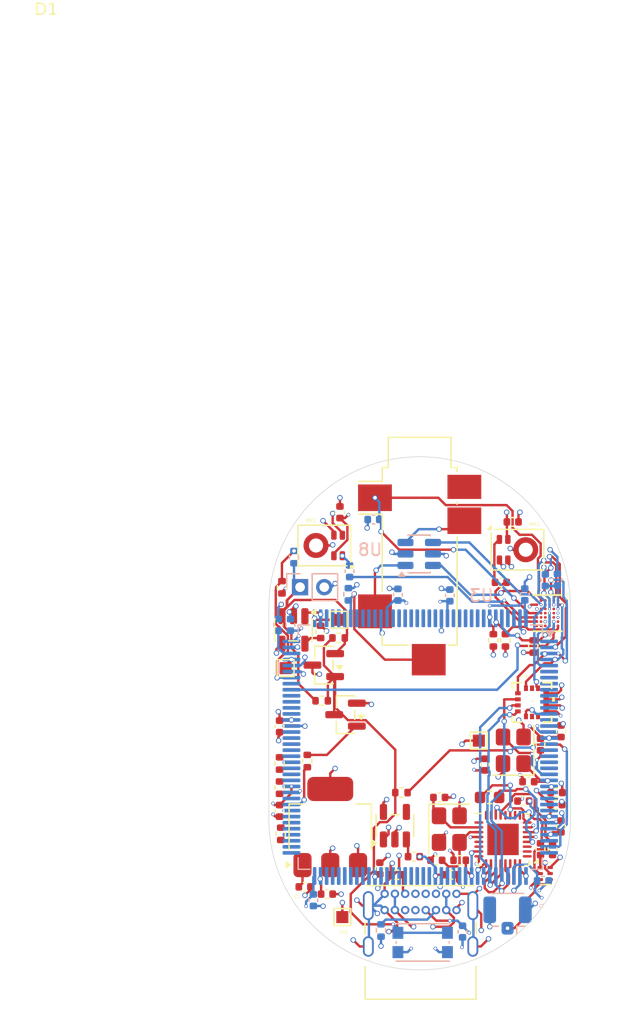
<source format=kicad_pcb>
(kicad_pcb (version 20241229) (generator "pcbnew") (generator_version "9.0")
  (layers (0 "F.Cu" signal) (4 "In1.Cu" signal) (6 "In2.Cu" signal) (8 "In3.Cu" signal) (10 "In4.Cu" signal) (2 "B.Cu" signal) (13 "F.Paste" user) (15 "B.Paste" user) (5 "F.SilkS" user "F.Silkscreen") (7 "B.SilkS" user "B.Silkscreen") (1 "F.Mask" user) (3 "B.Mask" user) (25 "Edge.Cuts" user))
  (net 0 "")
  (net 1 "+5V")
  (net 2 "Net-(U1-VI)")
  (net 3 "GND")
  (net 4 "Net-(U3-PH1)")
  (net 5 "Net-(U2-EN)")
  (net 6 "Net-(U3-PH0)")
  (net 7 "+1V8")
  (net 8 "Net-(U3-NRST)")
  (net 9 "Net-(C21-Pad1)")
  (net 10 "Net-(C22-Pad1)")
  (net 11 "Net-(U5-DVDD)")
  (net 12 "/SWDIO")
  (net 13 "/SWCLK")
  (net 14 "Net-(U3-BOOT0)")
  (net 15 "/I2C_SCL")
  (net 16 "/I2C_SDA")
  (net 20 "/SYS_MCLK")
  (net 28 "/UWB_RST")
  (net 30 "/CPU_TO_DSP")
  (net 42 "/UWB_IRQ")
  (net 48 "/UWB_CS")
  (net 58 "Net-(J3-Pin_1)")
  (net 63 "/SAI_BCLK")
  (net 74 "/UWB_MISO")
  (net 77 "/DSP_TO_CPU")
  (net 79 "/ACC_CS")
  (net 89 "/UWB_SCK")
  (net 90 "Net-(Q1-G)")
  (net 92 "/UWB_MOSI")
  (net 103 "/SAI_FS")
  (net 112 "Net-(Q2-B)")
  (net 115 "/VIB_DATA")
  (net 122 "Net-(U7-PROG)")
  (net 126 "/PWR_HOLD")
  (net 127 "/LED_R")
  (net 139 "/MIC2")
  (net 141 "/MIC2_RAW")
  (net 142 "/MIC1")
  (net 143 "/MIC1_RAW")
  (net 146 "+3.3V")
  (net 147 "/LED_G")
  (net 148 "/LED_B")
  (net 149 "/HP_DETECT")
  (net 150 "/CHG_STAT")
  (net 151 "/HPOUTR")
  (net 152 "/HPOUTL")
  (net 153 "Net-(J5-CC1)")
  (net 154 "Net-(J5-CC2)")
  (net 155 "Net-(J4-PadR)")
  (net 157 "Net-(J4-PadT)")
  (net 158 "Net-(U9-VDD_IO)")
  (net 159 "Net-(U9-XTAL_C2)")
  (net 160 "Net-(U9-XTAL_C1)")
  (net 161 "Net-(T1-AB)")
  (net 162 "Net-(U9-RFN)")
  (net 163 "Net-(U9-RFP)")
  (net 164 "Net-(T1-AA)")
  (net 165 "Net-(U9-VDD_CORE_ANA)")
  (net 166 "Net-(U9-REG_OUT)")
  (net 167 "/UWB_SHDN")
  (net 184 "Net-(J1-In)")
  (net 188 "/BATT_SENSE")
  (net 189 "/BTN_SENSE")
  (net 190 "/CM")
  (net 194 "Net-(D1-G)")
  (net 195 "Net-(D1-R)")
  (net 196 "Net-(D1-B)")
  (footprint "Resistor_SMD:R_0402_1005Metric" (layer "F.Cu") (at 21.7 67.51 -90)
    (property "Reference" "R12" (hide yes))
    (property "Value" "220Ω")
  )
  (footprint "ANC_Parts:ADXL382_Ultralib" (layer "F.Cu") (at 42.5 56.6316)
    (property "Reference" "U4")
    (property "Value" "ADXL382-1BCCZ-RL")
  )
  (footprint "Inductor_SMD:L_0603_1608Metric" (layer "F.Cu") (at 38.9875 64.5)
    (property "Reference" "L1" (hide yes))
    (property "Value" "180nH")
  )
  (footprint "Crystal:Crystal_SMD_3225-4Pin_3.2x2.5mm" (layer "F.Cu") (at 35.65 67.12 -90)
    (property "Reference" "Y2" (hide yes))
    (property "Value" "32.768 kHz")
  )
  (footprint "Capacitor_SMD:C_0402_1005Metric" (layer "F.Cu") (at 21.6 58.62 -90)
    (property "Reference" "C18" (hide yes))
    (property "Value" "0.1uF")
  )
  (footprint "Resistor_SMD:R_0402_1005Metric" (layer "F.Cu") (at 25 50.8 90)
    (property "Reference" "R6" (hide yes))
    (property "Value" "2kΩ")
  )
  (footprint "Capacitor_SMD:C_0402_1005Metric" (layer "F.Cu") (at 32.72 69.4)
    (property "Reference" "C5" (hide yes))
    (property "Value" "10uF")
  )
  (footprint "Capacitor_SMD:C_0402_1005Metric" (layer "F.Cu") (at 39.92 46.7 180)
    (property "Reference" "C32" (hide yes))
    (property "Value" "1uF")
  )
  (footprint "Capacitor_SMD:C_0402_1005Metric" (layer "F.Cu") (at 44.2 68.78 90)
    (property "Reference" "C33" (hide yes))
    (property "Value" "10pF")
  )
  (footprint "TestPoint:TestPoint_Pad_1.0x1.0mm" (layer "F.Cu") (at 26.8 74.4)
    (property "Reference" "TP1")
    (property "Value" "TestPoint")
  )
  (footprint "Connector_Audio:Jack_3.5mm_CUI_SJ2-3593D-SMT_Horizontal" (layer "F.Cu") (at 33.2 43.3)
    (property "Reference" "J4" (hide yes))
    (property "Value" "AudioJack3_Switch")
  )
  (footprint "Sensor_Audio:Infineon_PG-LLGA-5-2" (layer "F.Cu") (at 41.3 44)
    (property "Reference" "MK1")
    (property "Value" "IM73A135V01")
  )
  (footprint "Resistor_SMD:R_0402_1005Metric" (layer "F.Cu") (at 26.49 51.3 180)
    (property "Reference" "R7" (hide yes))
    (property "Value" "100kΩ")
  )
  (footprint "Capacitor_SMD:C_0402_1005Metric" (layer "F.Cu") (at 38.6 61.78 -90)
    (property "Reference" "C7" (hide yes))
    (property "Value" "10uF")
  )
  (footprint "ANC_Parts:ADAU1787_Ultralib" (layer "F.Cu") (at 43.775 49.25 -90)
    (property "Reference" "U5")
    (property "Value" "ADAU1787BCBZRL")
  )
  (footprint "Package_TO_SOT_SMD:SOT-223-3_TabPin2" (layer "F.Cu") (at 25.8 66.95 90)
    (property "Reference" "U1" (hide yes))
    (property "Value" "AP7361C-33E")
  )
  (footprint "Resistor_SMD:R_0402_1005Metric" (layer "F.Cu") (at 21.6 63.69 90)
    (property "Reference" "R14" (hide yes))
    (property "Value" "100Ω")
  )
  (footprint "Capacitor_SMD:C_0402_1005Metric" (layer "F.Cu") (at 35.82 70.9)
    (property "Reference" "C10" (hide yes))
    (property "Value" "0.1uF")
  )
  (footprint "Capacitor_SMD:C_0402_1005Metric" (layer "F.Cu") (at 41.78 64.8 180)
    (property "Reference" "C23" (hide yes))
    (property "Value" "1uF")
  )
  (footprint "Connector_USB:USB_C_Receptacle_GCT_USB4085" (layer "F.Cu") (at 30.3 72.475)
    (property "Reference" "J5" (hide yes))
    (property "Value" "USB_C_Receptacle_USB2.0_14P")
  )
  (footprint "Resistor_SMD:R_0402_1005Metric" (layer "F.Cu") (at 31.31 70.9)
    (property "Reference" "R2" (hide yes))
    (property "Value" "5.1k")
  )
  (footprint "Package_TO_SOT_SMD:SOT-23" (layer "F.Cu") (at 25.2625 53.55 180)
    (property "Reference" "Q1" (hide yes))
    (property "Value" "Q_PMOS_GSD")
  )
  (footprint "Sensor_Audio:Infineon_PG-LLGA-5-2" (layer "F.Cu") (at 25.3 43.65 180)
    (property "Reference" "MK2")
    (property "Value" "IM73A135V01")
  )
  (footprint "Package_TO_SOT_SMD:SOT-23-5" (layer "F.Cu") (at 22.75 50.6375 -90)
    (property "Reference" "U7" (hide yes))
    (property "Value" "MCP73831-2-OT")
  )
  (footprint "Resistor_SMD:R_0402_1005Metric" (layer "F.Cu") (at 36.51 69.7)
    (property "Reference" "R16" (hide yes))
    (property "Value" "100kΩ")
  )
  (footprint "Capacitor_SMD:C_0402_1005Metric" (layer "F.Cu") (at 23.68 71.9)
    (property "Reference" "C1")
    (property "Value" "10uF")
  )
  (footprint "Package_TO_SOT_SMD:SOT-23-5" (layer "F.Cu") (at 31.15 66.8375 90)
    (property "Reference" "U2" (hide yes))
    (property "Value" "AP2112K-1.8" (hide yes))
  )
  (footprint "Capacitor_SMD:C_0402_1005Metric" (layer "F.Cu") (at 25.52 72.5)
    (property "Reference" "C21" (hide yes))
    (property "Value" "2.2uF")
  )
  (footprint "Resistor_SMD:R_0402_1005Metric" (layer "F.Cu") (at 39.3 51.5 -90)
    (property "Reference" "R3" (hide yes))
    (property "Value" "10k")
  )
  (footprint "Resistor_SMD:R_0402_1005Metric" (layer "F.Cu") (at 23.9 61.49 90)
    (property "Reference" "R8" (hide yes))
    (property "Value" "10kΩ")
  )
  (footprint "ANC_Parts:Spark_SR1120_QFN32" (layer "F.Cu") (at 40.1 67.975)
    (property "Reference" "U9" (hide yes))
    (property "Value" "~")
  )
  (footprint "Capacitor_SMD:C_0402_1005Metric" (layer "F.Cu") (at 34.82 64.5 180)
    (property "Reference" "C25" (hide yes))
    (property "Value" "10pF")
  )
  (footprint "Capacitor_SMD:C_0402_1005Metric" (layer "F.Cu") (at 43.2 68.78 -90)
    (property "Reference" "C34" (hide yes))
    (property "Value" "10pF")
  )
  (footprint "TestPoint:TestPoint_Pad_1.0x1.0mm" (layer "F.Cu") (at 22.1 53.8)
    (property "Reference" "TP4" (hide yes))
    (property "Value" "TestPoint")
  )
  (footprint "Capacitor_SMD:C_0402_1005Metric" (layer "F.Cu") (at 26.6 40.9 90)
    (property "Reference" "C31" (hide yes))
    (property "Value" "0.1uF")
  )
  (footprint "Capacitor_SMD:C_0402_1005Metric" (layer "F.Cu") (at 44.9 66.9 90)
    (property "Reference" "C17" (hide yes))
    (property "Value" "0.1uF")
  )
  (footprint "TestPoint:TestPoint_Pad_1.0x1.0mm" (layer "F.Cu") (at 26.5 49.8)
    (property "Reference" "TP2" (hide yes))
    (property "Value" "TestPoint")
  )
  (footprint "Crystal:Crystal_SMD_3225-4Pin_3.2x2.5mm" (layer "F.Cu") (at 40.95 60.6 90)
    (property "Reference" "Y1" (hide yes))
    (property "Value" "Crystal_GND24")
  )
  (footprint "RF_Converter:Balun_Johanson_1.6x0.8mm" (layer "F.Cu") (at 43.59 70.8)
    (property "Reference" "T1" (hide yes))
    (property "Value" "Transformer_1P_1S")
  )
  (footprint "Resistor_SMD:R_0402_1005Metric" (layer "F.Cu") (at 40.3 51.5 90)
    (property "Reference" "R4" (hide yes))
    (property "Value" "2.2kΩ")
  )
  (footprint "Capacitor_SMD:C_0402_1005Metric" (layer "F.Cu") (at 44.52 64.1)
    (property "Reference" "C20" (hide yes))
    (property "Value" "0.1uF")
  )
  (footprint "Resistor_SMD:R_0402_1005Metric" (layer "F.Cu") (at 21.8 47.11 -90)
    (property "Reference" "R10" (hide yes))
    (property "Value" "100kΩ")
  )
  (footprint "Capacitor_SMD:C_0402_1005Metric" (layer "F.Cu") (at 44.5 65.1)
    (property "Reference" "C8" (hide yes))
    (property "Value" "0.1uF")
  )
  (footprint "Capacitor_SMD:C_0402_1005Metric" (layer "F.Cu") (at 42.2 63.2 180)
    (property "Reference" "C3" (hide yes))
    (property "Value" "10pF")
  )
  (footprint "Resistor_SMD:R_0402_1005Metric" (layer "F.Cu") (at 31.69 64.1)
    (property "Reference" "R17" (hide yes))
    (property "Value" "10kΩ")
  )
  (footprint "Resistor_SMD:R_0402_1005Metric" (layer "F.Cu") (at 42.6 52.01 90)
    (property "Reference" "R5" (hide yes))
    (property "Value" "2.2kΩ")
  )
  (footprint "MountingHole:MountingHole_2mm" (layer "F.Cu") (at 2.275 2.275)
    (property "Reference" "D1")
    (property "Value" "APFA3010")
  )
  (footprint "Capacitor_SMD:C_0402_1005Metric" (layer "F.Cu") (at 43.2 60.12 90)
    (property "Reference" "C6" (hide yes))
    (property "Value" "10pF")
  )
  (footprint "Capacitor_SMD:C_0402_1005Metric" (layer "F.Cu") (at 29.9 70.38 90)
    (property "Reference" "C11" (hide yes))
    (property "Value" "0.1uF")
  )
  (footprint "Resistor_SMD:R_0402_1005Metric" (layer "F.Cu") (at 25.09 56.5 180)
    (property "Reference" "R11" (hide yes))
    (property "Value" "100kΩ")
  )
  (footprint "Capacitor_SMD:C_0402_1005Metric" (layer "F.Cu") (at 44.9 59.02 90)
    (property "Reference" "C4" (hide yes))
    (property "Value" "0.1uF")
  )
  (footprint "Capacitor_SMD:C_0402_1005Metric" (layer "F.Cu") (at 40.9 41.7)
    (property "Reference" "C28" (hide yes))
    (property "Value" "0.1uF")
  )
  (footprint "Package_TO_SOT_SMD:SOT-23" (layer "F.Cu") (at 27.0625 57.65 180)
    (property "Reference" "Q2" (hide yes))
    (property "Value" "Q_NPN_BCE")
  )
  (footprint "TestPoint:TestPoint_Pad_1.0x1.0mm" (layer "F.Cu") (at 38.1 59.8)
    (property "Reference" "TP3" (hide yes))
    (property "Value" "TestPoint")
  )
  (footprint "Capacitor_SMD:C_0402_1005Metric" (layer "F.Cu") (at 21.6 65.61 -90)
    (property "Reference" "C13" (hide yes))
    (property "Value" "0.1uF")
  )
  (footprint "Resistor_SMD:R_0402_1005Metric" (layer "F.Cu") (at 21.6 61.69 90)
    (property "Reference" "R13" (hide yes))
    (property "Value" "100Ω")
  )
  (footprint "Capacitor_SMD:C_0402_1005Metric" (layer "F.Cu") (at 34.58 69.7)
    (property "Reference" "C24" (hide yes))
    (property "Value" "10pF")
  )
  (footprint "Package_QFP:LQFP-144_20x20mm_P0.5mm" (layer "B.Cu") (at 33.25 60.3375 180)
    (property "Reference" "U3")
    (property "Value" "STM32H753ZITx")
  )
  (footprint "Capacitor_SMD:C_0402_1005Metric" (layer "B.Cu") (at 43.6 46.52 90)
    (property "Reference" "C27" (hide yes))
    (property "Value" "0.1uF")
  )
  (footprint "Capacitor_SMD:C_0402_1005Metric" (layer "B.Cu") (at 29.38 41.5 180)
    (property "Reference" "C29" (hide yes))
    (property "Value" "1uF")
  )
  (footprint "Resistor_SMD:R_0402_1005Metric" (layer "B.Cu") (at 30 75.51 90)
    (property "Reference" "R1" (hide yes))
    (property "Value" "5.1k")
  )
  (footprint "Capacitor_SMD:C_0402_1005Metric" (layer "B.Cu") (at 22.5 50.22 90)
    (property "Reference" "C14" (hide yes))
    (property "Value" "0.1uF")
  )
  (footprint "Capacitor_SMD:C_0402_1005Metric" (layer "B.Cu") (at 27.4 45.78 90)
    (property "Reference" "C30" (hide yes))
    (property "Value" "1uF")
  )
  (footprint "Resistor_SMD:R_0402_1005Metric" (layer "B.Cu") (at 22.8 44.61 -90)
    (property "Reference" "R9" (hide yes))
    (property "Value" "100kΩ")
  )
  (footprint "Resistor_SMD:R_0402_1005Metric" (layer "B.Cu") (at 27.3 47.69 90)
    (property "Reference" "R15" (hide yes))
    (property "Value" "10kΩ")
  )
  (footprint "Capacitor_SMD:C_0402_1005Metric" (layer "B.Cu") (at 43.4 71.4)
    (property "Reference" "C9" (hide yes))
    (property "Value" "0.1uF")
  )
  (footprint "Capacitor_SMD:C_0402_1005Metric" (layer "B.Cu") (at 21.5 50.22 90)
    (property "Reference" "C22" (hide yes))
    (property "Value" "2.2uF")
  )
  (footprint "Package_TO_SOT_SMD:SOT-23-6" (layer "B.Cu") (at 33.1625 44.35)
    (property "Reference" "U8")
    (property "Value" "USBLC6-2SC6")
  )
  (footprint "Capacitor_SMD:C_0402_1005Metric" (layer "B.Cu") (at 44.6 46.48 90)
    (property "Reference" "C26" (hide yes))
    (property "Value" "1uF")
  )
  (footprint "Capacitor_SMD:C_0402_1005Metric" (layer "B.Cu") (at 31.4 47.72 90)
    (property "Reference" "C15" (hide yes))
    (property "Value" "0.1uF")
  )
  (footprint "Button_Switch_SMD:SW_Push_1P1T_NO_CK_KMR2" (layer "B.Cu") (at 33.45 76.5 180)
    (property "Reference" "SW1" (hide yes))
    (property "Value" "SW_Push")
  )
  (footprint "Connector_PinHeader_2.00mm:PinHeader_1x02_P2.00mm_Vertical" (layer "B.Cu") (at 23.3 47.1 -90)
    (property "Reference" "J3" (hide yes))
    (property "Value" "Conn_01x02")
  )
  (footprint "Capacitor_SMD:C_0402_1005Metric" (layer "B.Cu") (at 24.4 73 -90)
    (property "Reference" "C12" (hide yes))
    (property "Value" "0.1uF")
  )
  (footprint "Capacitor_SMD:C_0402_1005Metric" (layer "B.Cu") (at 36.75 75.6 90)
    (property "Reference" "C2" (hide yes))
    (property "Value" "10uF")
  )
  (footprint "Capacitor_SMD:C_0402_1005Metric" (layer "B.Cu") (at 35.7 47.78 90)
    (property "Reference" "C19" (hide yes))
    (property "Value" "0.1uF")
  )
  (footprint "Connector_Coaxial:U.FL_Hirose_U.FL-R-SMT-1_Vertical" (layer "B.Cu") (at 40.475 74.275 90)
    (property "Reference" "J1")
    (property "Value" "Conn_Coaxial")
  )
  (footprint "Capacitor_SMD:C_0402_1005Metric" (layer "B.Cu") (at 41.9 47.7 90)
    (property "Reference" "C16" (hide yes))
    (property "Value" "0.1uF")
  )
  (gr_line (start 20.717049 48.753093) (end 20.717049 66.253093) (stroke (width 0.05)) (layer "Edge.Cuts"))
  (gr_arc (start 45.682951 66.25) (mid 33.201547 78.736044) (end 20.717049 66.253093) (stroke (width 0.05)) (layer "Edge.Cuts"))
  (gr_arc (start 20.717049 48.753093) (mid 33.2 36.270142) (end 45.682951 48.753093) (stroke (width 0.05)) (layer "Edge.Cuts"))
  (gr_line (start 45.682951 48.753093) (end 45.682951 66.25) (stroke (width 0.05)) (layer "Edge.Cuts"))
  (segment (start 31.15 73.825) (end 32.525 75.2) (width 0.2) (layer "F.Cu") (net 1))
  (segment (start 36.031 74.837105) (end 35.668105 75.2) (width 0.2) (layer "F.Cu") (net 1))
  (segment (start 21.345998 52.554002) (end 21.345998 52.229002) (width 0.2) (layer "F.Cu") (net 1))
  (segment (start 32.525 75.2) (end 32.7 75.2) (width 0.2) (layer "F.Cu") (net 1))
  (segment (start 35.668105 75.2) (end 34.3 75.2) (width 0.2) (layer "F.Cu") (net 1))
  (segment (start 24.16 71.9) (end 24.16 72.14) (width 0.2) (layer "F.Cu") (net 1))
  (segment (start 24.16 72.14) (end 23.7 72.6) (width 0.2) (layer "F.Cu") (net 1))
  (segment (start 36.031 74.456) (end 36.031 74.837105) (width 0.2) (layer "F.Cu") (net 1))
  (segment (start 35.4 73.825) (end 36.031 74.456) (width 0.2) (layer "F.Cu") (net 1))
  (segment (start 21.345998 52.229002) (end 21.8 51.775) (width 0.2) (layer "F.Cu") (net 1))
  (via (at 23.7 72.6) (size 0.45) (drill 0.3) (layers "F.Cu" "B.Cu") (net 1))
  (via (at 21.345998 52.554002) (size 0.45) (drill 0.3) (layers "F.Cu" "B.Cu") (net 1))
  (via (at 34.3 75.2) (size 0.45) (drill 0.3) (layers "F.Cu" "B.Cu") (net 1))
  (via (at 32.7 75.2) (size 0.45) (drill 0.3) (layers "F.Cu" "B.Cu") (net 1))
  (segment (start 35.45 72.475) (end 35.45 72.65) (width 0.2) (layer "B.Cu") (net 1))
  (segment (start 31.15 73.825) (end 31.15 72.475) (width 0.2) (layer "B.Cu") (net 1))
  (segment (start 31.2 72.475) (end 31.2 72.691451) (width 0.2) (layer "B.Cu") (net 1))
  (segment (start 35.4 72.475) (end 35.4 73.825) (width 0.2) (layer "B.Cu") (net 1))
  (segment (start 23.5 70.1) (end 23.5 71.6) (width 0.2) (layer "F.Cu") (net 2))
  (segment (start 23.5 71.6) (end 23.2 71.9) (width 0.2) (layer "F.Cu") (net 2))
  (segment (start 30.8 70.9) (end 30.8 70.076299) (width 0.2) (layer "F.Cu") (net 3))
  (segment (start 30.3 72.475) (end 30.3 71.649368) (width 0.2) (layer "F.Cu") (net 3))
  (segment (start 41.8 58.5) (end 41.4 58.1) (width 0.2) (layer "F.Cu") (net 3))
  (segment (start 21.5 59.775) (end 21.525 59.8) (width 0.2) (layer "F.Cu") (net 3))
  (segment (start 36.3 71.45253) (end 36.778492 71.931022) (width 0.2) (layer "F.Cu") (net 3))
  (segment (start 36.25 72.475) (end 37.710896 72.475) (width 0.2) (layer "F.Cu") (net 3))
  (segment (start 40.8 44) (end 40.7 43.9) (width 0.2) (layer "F.Cu") (net 3))
  (segment (start 44 70.8) (end 43.584929 70.384929) (width 0.2) (layer "F.Cu") (net 3))
  (segment (start 30.3 73.825) (end 31.331 74.856) (width 0.2) (layer "F.Cu") (net 3))
  (segment (start 37.9 61.3) (end 37.7 61.5) (width 0.2) (layer "F.Cu") (net 3))
  (segment (start 37.710896 72.475) (end 38.151087 72.034809) (width 0.2) (layer "F.Cu") (net 3))
  (segment (start 29.9 69.9) (end 30 69.9) (width 0.2) (layer "F.Cu") (net 3))
  (segment (start 45 63.403717) (end 44.929951 63.333668) (width 0.2) (layer "F.Cu") (net 3))
  (segment (start 44.8184 56.8816) (end 43.6684 56.8816) (width 0.2) (layer "F.Cu") (net 3))
  (segment (start 25.8 63.8) (end 25.8 62.5) (width 0.2) (layer "F.Cu") (net 3))
  (segment (start 25.95 43.65) (end 26 43.6) (width 0.2) (layer "F.Cu") (net 3))
  (segment (start 25.8 62.5) (end 26.2 62.1) (width 0.2) (layer "F.Cu") (net 3))
  (segment (start 22.75 48.76208) (end 22.842563 48.669517) (width 0.2) (layer "F.Cu") (net 3))
  (segment (start 31.15 67.975) (end 31.15 67.35) (width 0.2) (layer "F.Cu") (net 3))
  (segment (start 36 69.2) (end 35.7 68.9) (width 0.2) (layer "F.Cu") (net 3))
  (segment (start 35.9 64.5) (end 36 64.4) (width 0.2) (layer "F.Cu") (net 3))
  (segment (start 30.8 70.076299) (end 30.928799 69.9475) (width 0.2) (layer "F.Cu") (net 3))
  (segment (start 41.72 62.844221) (end 41.505779 62.63) (width 0.2) (layer "F.Cu") (net 3))
  (segment (start 31.15 67.975) (end 31.15 67.55) (width 0.2) (layer "F.Cu") (net 3))
  (segment (start 44.825859 69.474141) (end 44.825859 69.452082) (width 0.2) (layer "F.Cu") (net 3))
  (segment (start 25.8 68.9) (end 26 68.7) (width 0.2) (layer "F.Cu") (net 3))
  (segment (start 31.15 67.35) (end 31.5 67) (width 0.2) (layer "F.Cu") (net 3))
  (segment (start 43.18 71.3) (end 42.955001 71.3) (width 0.2) (layer "F.Cu") (net 3))
  (segment (start 38.3 74.155) (end 38.3 75.5) (width 0.2) (layer "F.Cu") (net 3))
  (segment (start 44.788698 56.3816) (end 43.6684 56.3816) (width 0.2) (layer "F.Cu") (net 3))
  (segment (start 21.8 47.62) (end 21.8 47.5) (width 0.2) (layer "F.Cu") (net 3))
  (segment (start 25 50.29) (end 25.057789 50.29) (width 0.2) (layer "F.Cu") (net 3))
  (segment (start 31.331 74.856) (end 31.331 75.137105) (width 0.2) (layer "F.Cu") (net 3))
  (segment (start 30.868105 75.6) (end 30.644998 75.6) (width 0.2) (layer "F.Cu") (net 3))
  (segment (start 26 41) (end 26 41.8) (width 0.2) (layer "F.Cu") (net 3))
  (segment (start 37.6 76.835) (end 38.265 76.835) (width 0.2) (layer "F.Cu") (net 3))
  (segment (start 28.235 76.835) (end 27.7 76.3) (width 0.2) (layer "F.Cu") (net 3))
  (segment (start 26.1 42.8) (end 26.1 42.5) (width 0.2) (layer "F.Cu") (net 3))
  (segment (start 40.5 44.85) (end 40.5 45.1) (width 0.2) (layer "F.Cu") (net 3))
  (segment (start 21.623381 48.6465) (end 21.6 48.6465) (width 0.2) (layer "F.Cu") (net 3))
  (segment (start 34.8 68.22) (end 34.8 68) (width 0.2) (layer "F.Cu") (net 3))
  (segment (start 44.96274 56.207558) (end 44.788698 56.3816) (width 0.2) (layer "F.Cu") (net 3))
  (segment (start 37.6 73.455) (end 38.3 74.155) (width 0.2) (layer "F.Cu") (net 3))
  (segment (start 28.95 76.835) (end 28.235 76.835) (width 0.2) (layer "F.Cu") (net 3))
  (segment (start 34.1 69.6) (end 34.5 69.2) (width 0.2) (layer "F.Cu") (net 3))
  (segment (start 41.72 63.2) (end 41.72 62.844221) (width 0.2) (layer "F.Cu") (net 3))
  (segment (start 22.842563 48.669517) (end 22.957437 48.669517) (width 0.2) (layer "F.Cu") (net 3))
  (segment (start 38.1 59.8) (end 37 59.8) (width 0.2) (layer "F.Cu") (net 3))
  (segment (start 21.6 59.1) (end 21.6 59.4) (width 0.2) (layer "F.Cu") (net 3))
  (segment (start 45 64.1) (end 45 63.403717) (width 0.2) (layer "F.Cu") (net 3))
  (segment (start 21.5 59.5) (end 21.5 59.775) (width 0.2) (layer "F.Cu") (net 3))
  (segment (start 44.967022 65.087022) (end 44.967022 64.83963) (width 0.2) (layer "F.Cu") (net 3))
  (segment (start 25.8 70.1) (end 25.8 68.9) (width 0.2) (layer "F.Cu") (net 3))
  (segment (start 42.399198 71.855803) (end 42.399198 71.980183) (width 0.2) (layer "F.Cu") (net 3))
  (segment (start 41.38 41.7) (end 41.38 41.02) (width 0.2) (layer "F.Cu") (net 3))
  (segment (start 45 57.0632) (end 44.8184 56.8816) (width 0.2) (layer "F.Cu") (net 3))
  (segment (start 29.1 56.7) (end 29.2 56.8) (width 0.2) (layer "F.Cu") (net 3))
  (segment (start 44.9 58.54) (end 45.031141 58.408859) (width 0.2) (layer "F.Cu") (net 3))
  (segment (start 26 72.5) (end 26.7 72.5) (width 0.2) (layer "F.Cu") (net 3))
  (segment (start 21.6 59.4) (end 21.5 59.5) (width 0.2) (layer "F.Cu") (net 3))
  (segment (start 39.8 44.85) (end 39.8 45.071628) (width 0.2) (layer "F.Cu") (net 3))
  (segment (start 43.2 59.5) (end 42.3 58.6) (width 0.2) (layer "F.Cu") (net 3))
  (segment (start 45.031141 58.408859) (end 45.075 58.408859) (width 0.2) (layer "F.Cu") (net 3))
  (segment (start 36.25 73.825) (end 36.25 73.65) (width 0.2) (layer "F.Cu") (net 3))
  (segment (start 35.3 64.5) (end 35.9 64.5) (width 0.2) (layer "F.Cu") (net 3))
  (segment (start 21.257049 66.09) (end 21.067049 65.9) (width 0.2) (layer "F.Cu") (net 3))
  (segment (start 34.1 69.7) (end 34.1 69.6) (width 0.2) (layer "F.Cu") (net 3))
  (segment (start 30.3 71.649368) (end 31.5 70.449368) (width 0.2) (layer "F.Cu") (net 3))
  (segment (start 36 69.7) (end 36 69.2) (width 0.2) (layer "F.Cu") (net 3))
  (segment (start 25.057789 50.29) (end 25.495289 50.7275) (width 0.2) (layer "F.Cu") (net 3))
  (segment (start 41.8 59.5) (end 41.8 58.5) (width 0.2) (layer "F.Cu") (net 3))
  (segment (start 44.98 65.1) (end 44.967022 65.087022) (width 0.2) (layer "F.Cu") (net 3))
  (segment (start 31.15 67.55) (end 31.1 67.5) (width 0.2) (layer "F.Cu") (net 3))
  (segment (start 40.5 45.1) (end 40.8 45.4) (width 0.2) (layer "F.Cu") (net 3))
  (segment (start 31.331 75.137105) (end 30.868105 75.6) (width 0.2) (layer "F.Cu") (net 3))
  (segment (start 39.3 52.01) (end 39.3 52.7) (width 0.2) (layer "F.Cu") (net 3))
  (segment (start 36.3 70.9) (end 36.3 71.45253) (width 0.2) (layer "F.Cu") (net 3))
  (segment (start 30 69.9) (end 30.6 69.3) (width 0.2) (layer "F.Cu") (net 3))
  (segment (start 41.17 44) (end 40.8 44) (width 0.2) (layer "F.Cu") (net 3))
  (segment (start 37 59.8) (end 36.7 60.1) (width 0.2) (layer "F.Cu") (net 3))
  (segment (start 31.5 70.449368) (end 31.5 69.3) (width 0.2) (layer "F.Cu") (net 3))
  (segment (start 39.8 45.071628) (end 40.135 45.406628) (width 0.2) (layer "F.Cu") (net 3))
  (segment (start 40.1 62.4) (end 39.7 62.8) (width 0.2) (layer "F.Cu") (net 3))
  (segment (start 43.584929 70.384929) (end 43.584929 69.900979) (width 0.2) (layer "F.Cu") (net 3))
  (segment (start 34.8 68) (end 35.4 67.4) (width 0.2) (layer "F.Cu") (net 3))
  (segment (start 26.8 42.6) (end 26.8 42.8) (width 0.2) (layer "F.Cu") (net 3))
  (segment (start 28.95 73.455) (end 28.455 73.455) (width 0.2) (layer "F.Cu") (net 3))
  (segment (start 43.2 59.64) (end 43.2 59.5) (width 0.2) (layer "F.Cu") (net 3))
  (segment (start 36.5 64.9) (end 36.7 64.7) (width 0.2) (layer "F.Cu") (net 3))
  (segment (start 38.265 76.835) (end 38.9 76.2) (width 0.2) (layer "F.Cu") (net 3))
  (segment (start 26.1 42.5) (end 25.2 41.6) (width 0.2) (layer "F.Cu") (net 3))
  (segment (start 21.747381 48.5225) (end 21.623381 48.6465) (width 0.2) (layer "F.Cu") (net 3))
  (segment (start 25.43 43.65) (end 25.95 43.65) (width 0.2) (layer "F.Cu") (net 3))
  (segment (start 41.671475 64.6) (end 41.471475 64.8) (width 0.2) (layer "F.Cu") (net 3))
  (segment (start 22.75 49.5) (end 22.75 48.76208) (width 0.2) (layer "F.Cu") (net 3))
  (segment (start 41.7 64.6) (end 41.671475 64.6) (width 0.2) (layer "F.Cu") (net 3))
  (segment (start 28.455 73.455) (end 28 73) (width 0.2) (layer "F.Cu") (net 3))
  (segment (start 42.955001 71.3) (end 42.399198 71.855803) (width 0.2) (layer "F.Cu") (net 3))
  (segment (start 38.6 61.3) (end 37.9 61.3) (width 0.2) (layer "F.Cu") (net 3))
  (segment (start 41.38 41.02) (end 41.5 40.9) (width 0.2) (layer "F.Cu") (net 3))
  (segment (start 36.5 66.02) (end 36.5 64.9) (width 0.2) (layer "F.Cu") (net 3))
  (segment (start 45 57.1) (end 45 57.0632) (width 0.2) (layer "F.Cu") (net 3))
  (segment (start 36.25 73.65) (end 36.7 73.2) (width 0.2) (layer "F.Cu") (net 3))
  (segment (start 21.8 47.5) (end 22.1 47.2) (width 0.2) (layer "F.Cu") (net 3))
  (segment (start 28 56.7) (end 29.1 56.7) (width 0.2) (layer "F.Cu") (net 3))
  (segment (start 26.6 40.42) (end 26.6 39.7) (width 0.2) (layer "F.Cu") (net 3))
  (segment (start 26 41.8) (end 26.8 42.6) (width 0.2) (layer "F.Cu") (net 3))
  (segment (start 40.1 61.7) (end 40.1 62.4) (width 0.2) (layer "F.Cu") (net 3))
  (segment (start 41.471475 64.8) (end 41.3 64.8) (width 0.2) (layer "F.Cu") (net 3))
  (segment (start 21.6 66.09) (end 21.257049 66.09) (width 0.2) (layer "F.Cu") (net 3))
  (segment (start 44 70.3) (end 44.825859 69.474141) (width 0.2) (layer "F.Cu") (net 3))
  (via (at 38.3 75.5) (size 0.45) (drill 0.3) (layers "F.Cu" "B.Cu") (net 3))
  (via (at 26.6 39.7) (size 0.45) (drill 0.3) (layers "F.Cu" "B.Cu") (net 3))
  (via (at 30.9 44.2) (size 0.45) (drill 0.3) (layers "F.Cu" "B.Cu") (net 3))
  (via (at 35 50.7) (size 0.45) (drill 0.3) (layers "F.Cu" "B.Cu") (net 3))
  (via (at 29.733945 72.020216) (size 0.45) (drill 0.3) (layers "F.Cu" "B.Cu") (net 3))
  (via (at 42.3 58.6) (size 0.3) (drill 0.2) (layers "F.Cu" "B.Cu") (net 3))
  (via (at 31.5 69.3) (size 0.45) (drill 0.3) (layers "F.Cu" "B.Cu") (net 3))
  (via (at 40.7 43.9) (size 0.45) (drill 0.3) (layers "F.Cu" "B.Cu") (net 3))
  (via (at 42.763519 73.27307) (size 0.45) (drill 0.3) (layers "F.Cu" "B.Cu") (net 3))
  (via (at 30.644998 75.6) (size 0.45) (drill 0.3) (layers "F.Cu" "B.Cu") (net 3))
  (via (at 42.299569 46.26071) (size 0.45) (drill 0.3) (layers "F.Cu" "B.Cu") (net 3))
  (via (at 44.5 66.5) (size 0.3) (drill 0.2) (layers "F.Cu" "B.Cu") (net 3))
  (via (at 23.298769 63.963746) (size 0.3) (drill 0.2) (layers "F.Cu" "B.Cu") (net 3))
  (via (at 38.9 76.2) (size 0.45) (drill 0.3) (layers "F.Cu" "B.Cu") (net 3))
  (via (at 39.3 52.7) (size 0.45) (drill 0.3) (layers "F.Cu" "B.Cu") (net 3))
  (via (at 34.898287 71.880648) (size 0.45) (drill 0.3) (layers "F.Cu" "B.Cu") (net 3))
  (via (at 23.084474 52.0525) (size 0.45) (drill 0.3) (layers "F.Cu" "B.Cu") (net 3))
  (via (at 35.7 68.9) (size 0.3) (drill 0.2) (layers "F.Cu" "B.Cu") (net 3))
  (via (at 41.4 58.1) (size 0.45) (drill 0.3) (layers "F.Cu" "B.Cu") (net 3))
  (via (at 45.075 58.408859) (size 0.45) (drill 0.3) (layers "F.Cu" "B.Cu") (net 3))
  (via (at 28.85 42.2) (size 0.45) (drill 0.3) (layers "F.Cu" "B.Cu") (net 3))
  (via (at 28 73) (size 0.45) (drill 0.3) (layers "F.Cu" "B.Cu") (net 3))
  (via (at 25.2 73.5) (size 0.45) (drill 0.3) (layers "F.Cu" "B.Cu") (net 3))
  (via (at 43.481507 45.458766) (size 0.45) (drill 0.3) (layers "F.Cu" "B.Cu") (net 3))
  (via (at 38.151087 72.034809) (size 0.45) (drill 0.3) (layers "F.Cu" "B.Cu") (net 3))
  (via (at 30.7 47.2) (size 0.45) (drill 0.3) (layers "F.Cu" "B.Cu") (net 3))
  (via (at 26.2 62.1) (size 0.45) (drill 0.3) (layers "F.Cu" "B.Cu") (net 3))
  (via (at 41.5 40.9) (size 0.45) (drill 0.3) (layers "F.Cu" "B.Cu") (net 3))
  (via (at 44.825859 69.452082) (size 0.45) (drill 0.3) (layers "F.Cu" "B.Cu") (net 3))
  (via (at 40.135 45.406628) (size 0.45) (drill 0.3) (layers "F.Cu" "B.Cu") (net 3))
  (via (at 25.495289 50.7275) (size 0.45) (drill 0.3) (layers "F.Cu" "B.Cu") (net 3))
  (via (at 36.7 60.1) (size 0.45) (drill 0.3) (layers "F.Cu" "B.Cu") (net 3))
  (via (at 42.399198 71.980183) (size 0.3) (drill 0.2) (layers "F.Cu" "B.Cu") (net 3))
  (via (at 34.5 69.2) (size 0.3) (drill 0.2) (layers "F.Cu" "B.Cu") (net 3))
  (via (at 32.5 77) (size 0.3) (drill 0.2) (layers "F.Cu" "B.Cu") (net 3))
  (via (at 41 72.2) (size 0.45) (drill 0.3) (layers "F.Cu" "B.Cu") (net 3))
  (via (at 30.1 50.9) (size 0.45) (drill 0.3) (layers "F.Cu" "B.Cu") (net 3))
  (via (at 30.6 69.3) (size 0.45) (drill 0.3) (layers "F.Cu" "B.Cu") (net 3))
  (via (at 40.8 45.4) (size 0.45) (drill 0.3) (layers "F.Cu" "B.Cu") (net 3))
  (via (at 36.778492 71.931022) (size 0.3) (drill 0.2) (layers "F.Cu" "B.Cu") (net 3))
  (via (at 26 41) (size 0.45) (drill 0.3) (layers "F.Cu" "B.Cu") (net 3))
  (via (at 36.7 73.2) (size 0.45) (drill 0.3) (layers "F.Cu" "B.Cu") (net 3))
  (via (at 29.7 74.1) (size 0.45) (drill 0.3) (layers "F.Cu" "B.Cu") (net 3))
  (via (at 29.2 56.8) (size 0.45) (drill 0.3) (layers "F.Cu" "B.Cu") (net 3))
  (via (at 22.957437 48.669517) (size 0.45) (drill 0.3) (layers "F.Cu" "B.Cu") (net 3))
  (via (at 44.967022 64.83963) (size 0.45) (drill 0.3) (layers "F.Cu" "B.Cu") (net 3))
  (via (at 30.928799 69.9475) (size 0.45) (drill 0.3) (layers "F.Cu" "B.Cu") (net 3))
  (via (at 36.7 76.9) (size 0.3) (drill 0.2) (layers "F.Cu" "B.Cu") (net 3))
  (via (at 35 47.2) (size 0.45) (drill 0.3) (layers "F.Cu" "B.Cu") (net 3))
  (via (at 22.1 47.2) (size 0.3) (drill 0.2) (layers "F.Cu" "B.Cu") (net 3))
  (via (at 21.067049 65.9) (size 0.3) (drill 0.2) (layers "F.Cu" "B.Cu") (net 3))
  (via (at 21.525 59.8) (size 0.45) (drill 0.3) (layers "F.Cu" "B.Cu") (net 3))
  (via (at 34.5 77) (size 0.3) (drill 0.2) (layers "F.Cu" "B.Cu") (net 3))
  (via (at 43.1 72.2) (size 0.3) (drill 0.2) (layers "F.Cu" "B.Cu") (net 3))
  (via (at 39.7 62.8) (size 0.45) (drill 0.3) (layers "F.Cu" "B.Cu") (net 3))
  (via (at 37.7 61.5) (size 0.45) (drill 0.3) (layers "F.Cu" "B.Cu") (net 3))
  (via (at 31.5 67) (size 0.45) (drill 0.3) (layers "F.Cu" "B.Cu") (net 3))
  (via (at 25.2 41.6) (size 0.45) (drill 0.3) (layers "F.Cu" "B.Cu") (net 3))
  (via (at 26 43.6) (size 0.45) (drill 0.3) (layers "F.Cu" "B.Cu") (net 3))
  (via (at 41.505779 62.63) (size 0.3) (drill 0.2) (layers "F.Cu" "B.Cu") (net 3))
  (via (at 42.945 58.581841) (size 0.3) (drill 0.2) (layers "F.Cu" "B.Cu") (net 3))
  (via (at 43.584929 69.900979) (size 0.45) (drill 0.3) (layers "F.Cu" "B.Cu") (net 3))
  (via (at 26 68.7) (size 0.45) (drill 0.3) (layers "F.Cu" "B.Cu") (net 3))
  (via (at 30 76.8) (size 0.45) (drill 0.3) (layers "F.Cu" "B.Cu") (net 3))
  (via (at 44 44) (size 0.45) (drill 0.3) (layers "F.Cu" "B.Cu") (net 3))
  (via (at 45 57.1) (size 0.45) (drill 0.3) (layers "F.Cu" "B.Cu") (net 3))
  (via (at 22.415 49.146899) (size 0.45) (drill 0.3) (layers "F.Cu" "B.Cu") (net 3))
  (via (at 44.96274 56.207558) (size 0.45) (drill 0.3) (layers "F.Cu" "B.Cu") (net 3))
  (via (at 44.929951 63.333668) (size 0.45) (drill 0.3) (layers "F.Cu" "B.Cu") (net 3))
  (via (at 26.7 72.5) (size 0.45) (drill 0.3) (layers "F.Cu" "B.Cu") (net 3))
  (via (at 27.7 76.3) (size 0.45) (drill 0.3) (layers "F.Cu" "B.Cu") (net 3))
  (via (at 21.747381 48.5225) (size 0.45) (drill 0.3) (layers "F.Cu" "B.Cu") (net 3))
  (via (at 23.7 58.6) (size 0.45) (drill 0.3) (layers "F.Cu" "B.Cu") (net 3))
  (via (at 35.4 67.4) (size 0.3) (drill 0.2) (layers "F.Cu" "B.Cu") (net 3))
  (via (at 36.7 64.7) (size 0.45) (drill 0.3) (layers "F.Cu" "B.Cu") (net 3))
  (via (at 39 75.2) (size 0.45) (drill 0.3) (layers "F.Cu" "B.Cu") (net 3))
  (via (at 26.2 46.8) (size 0.45) (drill 0.3) (layers "F.Cu" "B.Cu") (net 3))
  (via (at 36 64.4) (size 0.45) (drill 0.3) (layers "F.Cu" "B.Cu") (net 3))
  (via (at 41.7 64.6) (size 0.3) (drill 0.2) (layers "F.Cu" "B.Cu") (net 3))
  (segment (start 30 50.8) (end 30.1 50.9) (width 0.2) (layer "B.Cu") (net 3))
  (segment (start 43.88 71.4) (end 43.88 71.42) (width 0.2) (layer "B.Cu") (net 3))
  (segment (start 36.75 76.85) (end 36.7 76.9) (width 0.2) (layer "B.Cu") (net 3))
  (segment (start 44.0875 66.5875) (end 44.1 66.6) (width 0.2) (layer "B.Cu") (net 3))
  (segment (start 41.9 46.660279) (end 42.299569 46.26071) (width 0.2) (layer "B.Cu") (net 3))
  (segment (start 37.65 76.835) (end 37.65 73.455) (width 0.2) (layer "B.Cu") (net 3))
  (segment (start 41.9 47.22) (end 41.9 46.660279) (width 0.2) (layer "B.Cu") (net 3))
  (segment (start 35.7 47.3) (end 35.1 47.3) (width 0.2) (layer "B.Cu") (net 3))
  (segment (start 21.5 48.769881) (end 21.747381 48.5225) (width 0.2) (layer "B.Cu") (net 3))
  (segment (start 23.175015 64.0875) (end 23.298769 63.963746) (width 0.2) (layer "B.Cu") (net 3))
  (segment (start 35 71) (end 35 71.778935) (width 0.2) (layer "B.Cu") (net 3))
  (segment (start 30 49.675) (end 30 50.8) (width 0.2) (layer "B.Cu") (net 3))
  (segment (start 23.049474 52.0875) (end 23.084474 52.0525) (width 0.2) (layer "B.Cu") (net 3))
  (segment (start 43.6 45.577259) (end 43.481507 45.458766) (width 0.2) (layer "B.Cu") (net 3))
  (segment (start 43.9125 66.5875) (end 44.0875 66.5875) (width 0.2) (layer "B.Cu") (net 3))
  (segment (start 28.9 41.5) (end 28.9 42.15) (width 0.2) (layer "B.Cu") (net 3))
  (segment (start 22.5 49.74) (end 22.5 49.231899) (width 0.2) (layer "B.Cu") (net 3))
  (segment (start 43.6 46.04) (end 43.6 45.577259) (width 0.2) (layer "B.Cu") (net 3))
  (segment (start 44.6 46) (end 44.6 44.6) (width 0.2) (layer "B.Cu") (net 3))
  (segment (start 22.5 49.231899) (end 22.415 49.146899) (width 0.2) (layer "B.Cu") (net 3))
  (segment (start 42.945 58.857499) (end 42.945 58.581841) (width 0.2) (layer "B.Cu") (net 3))
  (segment (start 25.3 47.1) (end 25.9 47.1) (width 0.2) (layer "B.Cu") (net 3))
  (segment (start 35 71.778935) (end 34.898287 71.880648) (width 0.2) (layer "B.Cu") (net 3))
  (segment (start 31.4 47.24) (end 30.74 47.24) (width 0.2) (layer "B.Cu") (net 3))
  (segment (start 22.5875 64.0875) (end 23.175015 64.0875) (width 0.2) (layer "B.Cu") (net 3))
  (segment (start 29 73.455) (end 29.98 73.455) (width 0.2) (layer "B.Cu") (net 3))
  (segment (start 41.5 71) (end 41.5 71.7) (width 0.2) (layer "B.Cu") (net 3))
  (segment (start 44.4125 66.5875) (end 44.5 66.5) (width 0.2) (layer "B.Cu") (net 3))
  (segment (start 30 76.02) (end 30 76.8) (width 0.2) (layer "B.Cu") (net 3))
  (segment (start 29 76.835) (end 29 73.455) (width 0.2) (layer "B.Cu") (net 3))
  (segment (start 44.6 44.6) (end 44 44) (width 0.2) (layer "B.Cu") (net 3))
  (segment (start 29.98 73.455) (end 30.35 73.825) (width 0.2) (layer "B.Cu") (net 3))
  (segment (start 31.4 77.3) (end 32.2 77.3) (width 0.2) (layer "B.Cu") (net 3))
  (segment (start 22.5875 52.0875) (end 23.049474 52.0875) (width 0.2) (layer "B.Cu") (net 3))
  (segment (start 35.5 77.3) (end 34.8 77.3) (width 0.2) (layer "B.Cu") (net 3))
  (segment (start 43.175001 59.0875) (end 42.945 58.857499) (width 0.2) (layer "B.Cu") (net 3))
  (segment (start 23.1875 64.0875) (end 23.2 64.1) (width 0.2) (layer "B.Cu") (net 3))
  (segment (start 34.8 77.3) (end 34.5 77) (width 0.2) (layer "B.Cu") (net 3))
  (segment (start 43.9125 66.5875) (end 44.4125 66.5875) (width 0.2) (layer "B.Cu") (net 3))
  (segment (start 30 71.754161) (end 29.733945 72.020216) (width 0.2) (layer "B.Cu") (net 3))
  (segment (start 22.5875 58.5875) (end 23.6875 58.5875) (width 0.2) (layer "B.Cu") (net 3))
  (segment (start 41.95 73.8) (end 42.236589 73.8) (width 0.2) (layer "B.Cu") (net 3))
  (segment (start 25.18 73.48) (end 25.2 73.5) (width 0.2) (layer "B.Cu") (net 3))
  (segment (start 41.5 71.7) (end 41 72.2) (width 0.2) (layer "B.Cu") (net 3))
  (segment (start 21.5 49.74) (end 21.5 48.769881) (width 0.2) (layer "B.Cu") (net 3))
  (segment (start 25.9 47.1) (end 26.2 46.8) (width 0.2) (layer "B.Cu") (net 3))
  (segment (start 39 73.8) (end 39 75.2) (width 0.2) (layer "B.Cu") (net 3))
  (segment (start 28.9 42.15) (end 28.85 42.2) (width 0.2) (layer "B.Cu") (net 3))
  (segment (start 23.6875 58.5875) (end 23.7 58.6) (width 0.2) (layer "B.Cu") (net 3))
  (segment (start 42.236589 73.8) (end 42.763519 73.27307) (width 0.2) (layer "B.Cu") (net 3))
  (segment (start 43.88 71.42) (end 43.1 72.2) (width 0.2) (layer "B.Cu") (net 3))
  (segment (start 37.65 73.455) (end 37.28 73.455) (width 0.2) (layer "B.Cu") (net 3))
  (segment (start 30.74 47.24) (end 30.7 47.2) (width 0.2) (layer "B.Cu") (net 3))
  (segment (start 30 71) (end 30 71.754161) (width 0.2) (layer "B.Cu") (net 3))
  (segment (start 32.2 77.3) (end 32.5 77) (width 0.2) (layer "B.Cu") (net 3))
  (segment (start 24.4 73.48) (end 25.18 73.48) (width 0.2) (layer "B.Cu") (net 3))
  (segment (start 35.1 47.3) (end 35 47.2) (width 0.2) (layer "B.Cu") (net 3))
  (segment (start 37.65 73.455) (end 37.65 73.55) (width 0.2) (layer "B.Cu") (net 3))
  (segment (start 29 73.455) (end 29.055 73.455) (width 0.2) (layer "B.Cu") (net 3))
  (segment (start 31.05 44.35) (end 30.9 44.2) (width 0.2) (layer "B.Cu") (net 3))
  (segment (start 36.75 76.08) (end 36.75 76.85) (width 0.2) (layer "B.Cu") (net 3))
  (segment (start 43.9125 59.0875) (end 43.175001 59.0875) (width 0.2) (layer "B.Cu") (net 3))
  (segment (start 29.055 73.455) (end 29.7 74.1) (width 0.2) (layer "B.Cu") (net 3))
  (segment (start 35 49.675) (end 35 50.7) (width 0.2) (layer "B.Cu") (net 3))
  (segment (start 29 73.455) (end 29.37 73.455) (width 0.2) (layer "B.Cu") (net 3))
  (segment (start 32.025 44.35) (end 31.05 44.35) (width 0.2) (layer "B.Cu") (net 3))
  (segment (start 29.37 73.455) (end 30.35 72.475) (width 0.2) (layer "B.Cu") (net 3))
  (segment (start 42.68 63.2) (end 43.7225 63.2) (width 0.2) (layer "F.Cu") (net 4))
  (segment (start 41.8 61.7) (end 43.2225 63.1225) (width 0.2) (layer "F.Cu") (net 4))
  (segment (start 43.7225 63.2) (end 43.8 63.1225) (width 0.2) (layer "F.Cu") (net 4))
  (segment (start 43.2225 63.1225) (end 43.8 63.1225) (width 0.2) (layer "F.Cu") (net 4))
  (via (at 43.8 63.1225) (size 0.45) (drill 0.3) (layers "F.Cu" "B.Cu") (net 4))
  (segment (start 32.24 69.4) (end 32.24 68.115) (width 0.2) (layer "F.Cu") (net 5))
  (segment (start 32.24 68.115) (end 32.1 67.975) (width 0.2) (layer "F.Cu") (net 5))
  (segment (start 42.419 60.819) (end 42.5 60.9) (width 0.2) (layer "F.Cu") (net 6))
  (segment (start 43.2 61.1) (end 42.9 61.4) (width 0.2) (layer "F.Cu") (net 6))
  (segment (start 43.2 60.6) (end 43.2 61.1) (width 0.2) (layer "F.Cu") (net 6))
  (segment (start 41.419 60.819) (end 42.419 60.819) (width 0.2) (layer "F.Cu") (net 6))
  (segment (start 40.1 59.5) (end 41.419 60.819) (width 0.2) (layer "F.Cu") (net 6))
  (via (at 42.9 61.4) (size 0.3) (drill 0.2) (layers "F.Cu" "B.Cu") (net 6))
  (via (at 42.5 60.9) (size 0.3) (drill 0.2) (layers "F.Cu" "B.Cu") (net 6))
  (segment (start 42.9 61.4) (end 42.9 62.176618) (width 0.2) (layer "B.Cu") (net 6))
  (segment (start 42.5 61.776618) (end 43.310882 62.5875) (width 0.2) (layer "B.Cu") (net 6))
  (segment (start 42.9 62.176618) (end 43.310882 62.5875) (width 0.2) (layer "B.Cu") (net 6))
  (segment (start 43.310882 62.5875) (end 43.9125 62.5875) (width 0.2) (layer "B.Cu") (net 6))
  (segment (start 42.5 60.9) (end 42.5 61.776618) (width 0.2) (layer "B.Cu") (net 6))
  (segment (start 44.519162 57.381601) (end 44.871721 57.73416) (width 0.2) (layer "F.Cu") (net 7))
  (segment (start 38.6 62.26) (end 37.76 62.26) (width 0.2) (layer "F.Cu") (net 7))
  (segment (start 42.45 48.55) (end 42.3 48.7) (width 0.2) (layer "F.Cu") (net 7))
  (segment (start 43.6684 57.381601) (end 44.519162 57.381601) (width 0.2) (layer "F.Cu") (net 7))
  (segment (start 30.2 64.939226) (end 30.469613 64.669613) (width 0.2) (layer "F.Cu") (net 7))
  (segment (start 30.2 65.7) (end 30.2 64.939226) (width 0.2) (layer "F.Cu") (net 7))
  (segment (start 37.76 62.26) (end 37.7 62.2) (width 0.2) (layer "F.Cu") (net 7))
  (segment (start 42.9 48.55) (end 42.45 48.55) (width 0.2) (layer "F.Cu") (net 7))
  (via (at 42.3 48.7) (size 0.3) (drill 0.2) (layers "F.Cu" "B.Cu") (net 7))
  (via (at 30.469613 64.669613) (size 0.45) (drill 0.3) (layers "F.Cu" "B.Cu") (net 7))
  (via (at 35.4 44.5) (size 0.45) (drill 0.3) (layers "F.Cu" "B.Cu") (net 7))
  (via (at 44.871721 57.73416) (size 0.3) (drill 0.2) (layers "F.Cu" "B.Cu") (net 7))
  (via (at 37.7 62.2) (size 0.3) (drill 0.2) (layers "F.Cu" "B.Cu") (net 7))
  (segment (start 44.837561 57.7) (end 44.831 57.7) (width 0.2) (layer "B.Cu") (net 7))
  (segment (start 35.25 44.35) (end 35.4 44.5) (width 0.2) (layer "B.Cu") (net 7))
  (segment (start 44.871721 57.73416) (end 44.837561 57.7) (width 0.2) (layer "B.Cu") (net 7))
  (segment (start 34.3 44.35) (end 35.25 44.35) (width 0.2) (layer "B.Cu") (net 7))
  (segment (start 44.04 64.1) (end 44.04 63.6825) (width 0.2) (layer "F.Cu") (net 8))
  (segment (start 44.04 63.6825) (end 44.1 63.6225) (width 0.2) (layer "F.Cu") (net 8))
  (via (at 44.1 63.6225) (size 0.45) (drill 0.3) (layers "F.Cu" "B.Cu") (net 8))
  (segment (start 25.04 71.315806) (end 24.965 71.240806) (width 0.2) (layer "F.Cu") (net 9))
  (segment (start 25.04 72.5) (end 25.04 71.315806) (width 0.2) (layer "F.Cu") (net 9))
  (via (at 24.965 71.240806) (size 0.45) (drill 0.3) (layers "F.Cu" "B.Cu") (net 9))
  (segment (start 21.952253 52.5875) (end 22.5875 52.5875) (width 0.2) (layer "B.Cu") (net 10))
  (segment (start 21.5 50.7) (end 21.5 52.135247) (width 0.2) (layer "B.Cu") (net 10))
  (segment (start 21.5 52.135247) (end 21.952253 52.5875) (width 0.2) (layer "B.Cu") (net 10))
  (segment (start 43.6 47) (end 44.56 47) (width 0.2) (layer "B.Cu") (net 11))
  (segment (start 44.65 47.01) (end 44.65 48.9) (width 0.2) (layer "B.Cu") (net 11))
  (segment (start 44.6 46.96) (end 44.65 47.01) (width 0.2) (layer "B.Cu") (net 11))
  (segment (start 22.1 53.8) (end 22.1 53.575) (width 0.2) (layer "F.Cu") (net 12))
  (segment (start 22.1 53.575) (end 22.5875 53.0875) (width 0.2) (layer "F.Cu") (net 12))
  (via (at 22.5875 53.0875) (size 0.45) (drill 0.3) (layers "F.Cu" "B.Cu") (net 12))
  (segment (start 24.625 49.8) (end 24.5 49.675) (width 0.2) (layer "F.Cu") (net 13))
  (segment (start 26.5 49.8) (end 24.625 49.8) (width 0.2) (layer "F.Cu") (net 13))
  (via (at 24.5 49.675) (size 0.45) (drill 0.3) (layers "F.Cu" "B.Cu") (net 13))
  (segment (start 39.3 50.99) (end 39.3 50.404225) (width 0.2) (layer "F.Cu") (net 14))
  (segment (start 39.002 50.106225) (end 39.002 49.580436) (width 0.2) (layer "F.Cu") (net 14))
  (segment (start 39.3 50.404225) (end 39.002 50.106225) (width 0.2) (layer "F.Cu") (net 14))
  (via (at 39.002 49.580436) (size 0.45) (drill 0.3) (layers "F.Cu" "B.Cu") (net 14))
  (segment (start 44.156344 50.6053) (end 42.193613 50.6053) (width 0.2) (layer "F.Cu") (net 15))
  (segment (start 42.193613 50.6053) (end 41.972313 50.384) (width 0.2) (layer "F.Cu") (net 15))
  (segment (start 41.972313 50.384) (end 40.906 50.384) (width 0.2) (layer "F.Cu") (net 15))
  (segment (start 40.3 50.99) (end 40.3 50.765) (width 0.2) (layer "F.Cu") (net 15))
  (segment (start 44.3 50.461644) (end 44.156344 50.6053) (width 0.2) (layer "F.Cu") (net 15))
  (segment (start 40.3 50.765) (end 39.535 50) (width 0.2) (layer "F.Cu") (net 15))
  (segment (start 44.3 50.3) (end 44.3 50.461644) (width 0.2) (layer "F.Cu") (net 15))
  (segment (start 40.906 50.384) (end 40.3 50.99) (width 0.2) (layer "F.Cu") (net 15))
  (via (at 39.535 50) (size 0.45) (drill 0.3) (layers "F.Cu" "B.Cu") (net 15))
  (segment (start 42.6 51.5) (end 41.7 51.5) (width 0.2) (layer "F.Cu") (net 16))
  (segment (start 41.7 51.5) (end 41.3 51.1) (width 0.2) (layer "F.Cu") (net 16))
  (segment (start 43.128184 51.5) (end 43.584268 51.043916) (width 0.2) (layer "F.Cu") (net 16))
  (segment (start 42.6 51.5) (end 43.128184 51.5) (width 0.2) (layer "F.Cu") (net 16))
  (via (at 41.3 51.1) (size 0.45) (drill 0.3) (layers "F.Cu" "B.Cu") (net 16))
  (via (at 43.584268 51.043916) (size 0.45) (drill 0.3) (layers "F.Cu" "B.Cu") (net 16))
  (segment (start 44.3 49.95) (end 44.3 50.586927) (width 0.2) (layer "B.Cu") (net 16))
  (segment (start 43.843011 51.043916) (end 43.584268 51.043916) (width 0.2) (layer "B.Cu") (net 16))
  (segment (start 44.3 50.586927) (end 43.843011 51.043916) (width 0.2) (layer "B.Cu") (net 16))
  (segment (start 40 50.412499) (end 40 49.675) (width 0.2) (layer "B.Cu") (net 16))
  (segment (start 41.3 51.1) (end 40.687501 51.1) (width 0.2) (layer "B.Cu") (net 16))
  (segment (start 40.687501 51.1) (end 40 50.412499) (width 0.2) (layer "B.Cu") (net 16))
  (segment (start 44.27688 50.8963) (end 44.65 50.52318) (width 0.2) (layer "F.Cu") (net 20))
  (segment (start 44.27688 51.312998) (end 44.27688 50.8963) (width 0.2) (layer "F.Cu") (net 20))
  (segment (start 41.361 51.961) (end 43.628878 51.961) (width 0.2) (layer "F.Cu") (net 20))
  (segment (start 43.628878 51.961) (end 44.27688 51.312998) (width 0.2) (layer "F.Cu") (net 20))
  (segment (start 44.65 50.52318) (end 44.65 50.3) (width 0.2) (layer "F.Cu") (net 20))
  (segment (start 41.3 51.9) (end 41.361 51.961) (width 0.2) (layer "F.Cu") (net 20))
  (via (at 41.3 51.9) (size 0.45) (drill 0.3) (layers "F.Cu" "B.Cu") (net 20))
  (segment (start 22.5875 55.5875) (end 39.6125 55.5875) (width 0.2) (layer "B.Cu") (net 20))
  (segment (start 39.6125 55.5875) (end 41.3 53.9) (width 0.2) (layer "B.Cu") (net 20))
  (segment (start 41.3 53.9) (end 41.3 51.9) (width 0.2) (layer "B.Cu") (net 20))
  (segment (start 41.5 69.975) (end 41.5 70.5) (width 0.2) (layer "F.Cu") (net 28))
  (segment (start 41.5 70.5) (end 42 71) (width 0.2) (layer "F.Cu") (net 28))
  (via (at 42 71) (size 0.45) (drill 0.3) (layers "F.Cu" "B.Cu") (net 28))
  (segment (start 43.95 50.297702) (end 43.655786 50.591916) (width 0.2) (layer "B.Cu") (net 30))
  (segment (start 43.397043 50.591916) (end 42.984 51.004959) (width 0.2) (layer "B.Cu") (net 30))
  (segment (start 43.95 49.25) (end 43.95 50.297702) (width 0.2) (layer "B.Cu") (net 30))
  (segment (start 43.655786 50.591916) (end 43.397043 50.591916) (width 0.2) (layer "B.Cu") (net 30))
  (segment (start 42.984 53.396499) (end 43.175001 53.5875) (width 0.2) (layer "B.Cu") (net 30))
  (segment (start 43.175001 53.5875) (end 43.9125 53.5875) (width 0.2) (layer "B.Cu") (net 30))
  (segment (start 42.984 51.004959) (end 42.984 53.396499) (width 0.2) (layer "B.Cu") (net 30))
  (segment (start 38.7 69.975) (end 38.56 69.975) (width 0.2) (layer "F.Cu") (net 42))
  (segment (start 38.56 69.975) (end 38.035 70.5) (width 0.2) (layer "F.Cu") (net 42))
  (via (at 38.035 70.5) (size 0.45) (drill 0.3) (layers "F.Cu" "B.Cu") (net 42))
  (segment (start 39.1 70.4) (end 38.5 71) (width 0.2) (layer "F.Cu") (net 48))
  (segment (start 39.1 69.975) (end 39.1 70.4) (width 0.2) (layer "F.Cu") (net 48))
  (via (at 38.5 71) (size 0.45) (drill 0.3) (layers "F.Cu" "B.Cu") (net 48))
  (segment (start 22.242687 48.157313) (end 23.3 47.1) (width 0.2) (layer "F.Cu") (net 58))
  (segment (start 22.58 50.978902) (end 21.999 50.397902) (width 0.2) (layer "F.Cu") (net 58))
  (segment (start 22.827648 48.16008) (end 21.8 49.187728) (width 0.2) (layer "F.Cu") (net 58))
  (segment (start 27 51.8) (end 26.2 52.6) (width 0.2) (layer "F.Cu") (net 58))
  (segment (start 21.999 50.397902) (end 21.999 48.974586) (width 0.2) (layer "F.Cu") (net 58))
  (segment (start 21.8 49.187728) (end 21.8 49.5) (width 0.2) (layer "F.Cu") (net 58))
  (segment (start 22.242687 48.730899) (end 22.242687 48.157313) (width 0.2) (layer "F.Cu") (net 58))
  (segment (start 21.8 49.5) (end 21.8 49.109106) (width 0.2) (layer "F.Cu") (net 58))
  (segment (start 26.22208 48.16008) (end 22.827648 48.16008) (width 0.2) (layer "F.Cu") (net 58))
  (segment (start 21.999 48.974586) (end 22.242687 48.730899) (width 0.2) (layer "F.Cu") (net 58))
  (segment (start 27.181 49.119) (end 26.22208 48.16008) (width 0.2) (layer "F.Cu") (net 58))
  (segment (start 24.58 56.5) (end 23.153485 55.073485) (width 0.2) (layer "F.Cu") (net 58))
  (segment (start 22.199381 48.709725) (end 22.199381 48.200619) (width 0.2) (layer "F.Cu") (net 58))
  (segment (start 21.8 49.109106) (end 22.199381 48.709725) (width 0.2) (layer "F.Cu") (net 58))
  (segment (start 22.58 52.136339) (end 22.58 50.978902) (width 0.2) (layer "F.Cu") (net 58))
  (segment (start 27.181 51.119) (end 27.181 49.119) (width 0.2) (layer "F.Cu") (net 58))
  (segment (start 23.153485 55.073485) (end 23.153485 52.709824) (width 0.2) (layer "F.Cu") (net 58))
  (segment (start 23.153485 52.709824) (end 22.58 52.136339) (width 0.2) (layer "F.Cu") (net 58))
  (segment (start 27 51.3) (end 27 51.8) (width 0.2) (layer "F.Cu") (net 58))
  (segment (start 27 51.3) (end 27.181 51.119) (width 0.2) (layer "F.Cu") (net 58))
  (segment (start 22.199381 48.200619) (end 23.3 47.1) (width 0.2) (layer "F.Cu") (net 58))
  (segment (start 22.8 46.6) (end 23.3 47.1) (width 0.2) (layer "B.Cu") (net 58))
  (segment (start 22.8 45.12) (end 22.8 46.6) (width 0.2) (layer "B.Cu") (net 58))
  (segment (start 42.000001 54.921854) (end 43.521855 53.4) (width 0.2) (layer "F.Cu") (net 63))
  (segment (start 44.0855 53.4) (end 44.4 53.0855) (width 0.2) (layer "F.Cu") (net 63))
  (segment (start 45 48.6) (end 44.95 48.55) (width 0.2) (layer "F.Cu") (net 63))
  (segment (start 44.95 48.55) (end 44.65 48.55) (width 0.2) (layer "F.Cu") (net 63))
  (segment (start 42.000001 55.4632) (end 42.000001 54.921854) (width 0.2) (layer "F.Cu") (net 63))
  (segment (start 43.521855 53.4) (end 44.0855 53.4) (width 0.2) (layer "F.Cu") (net 63))
  (via (at 45 48.6) (size 0.3) (drill 0.2) (layers "F.Cu" "B.Cu") (net 63))
  (via (at 44.4 53.0855) (size 0.45) (drill 0.3) (layers "F.Cu" "B.Cu") (net 63))
  (segment (start 45.089607 52.279873) (end 44.967075 52.157341) (width 0.2) (layer "B.Cu") (net 63))
  (segment (start 44.649999 53.0875) (end 45.089607 52.647892) (width 0.2) (layer "B.Cu") (net 63))
  (segment (start 43.9125 53.0875) (end 44.649999 53.0875) (width 0.2) (layer "B.Cu") (net 63))
  (segment (start 44.3855 53.1) (end 44.4 53.0855) (width 0.2) (layer "B.Cu") (net 63))
  (segment (start 43.925 53.1) (end 44.3855 53.1) (width 0.2) (layer "B.Cu") (net 63))
  (segment (start 44.967075 52.157341) (end 44.967075 51.229879) (width 0.2) (layer "B.Cu") (net 63))
  (segment (start 45 51.196954) (end 45 48.6) (width 0.2) (layer "B.Cu") (net 63))
  (segment (start 45.089607 52.647892) (end 45.089607 52.279873) (width 0.2) (layer "B.Cu") (net 63))
  (segment (start 44.967075 51.229879) (end 45 51.196954) (width 0.2) (layer "B.Cu") (net 63))
  (segment (start 40.59 70.84) (end 40.59 71.632885) (width 0.2) (layer "F.Cu") (net 74))
  (segment (start 40.3 69.975) (end 40.3 70.55) (width 0.2) (layer "F.Cu") (net 74))
  (segment (start 40.3 70.55) (end 40.59 70.84) (width 0.2) (layer "F.Cu") (net 74))
  (segment (start 41.3316 57.381601) (end 41.059928 57.653273) (width 0.2) (layer "F.Cu") (net 74))
  (segment (start 40.59 71.632885) (end 39.97799 72.244895) (width 0.2) (layer "F.Cu") (net 74))
  (segment (start 41.059928 57.653273) (end 40.652 57.653273) (width 0.2) (layer "F.Cu") (net 74))
  (via (at 39.97799 72.244895) (size 0.45) (drill 0.3) (layers "F.Cu" "B.Cu") (net 74))
  (via (at 40.652 57.653273) (size 0.45) (drill 0.3) (layers "F.Cu" "B.Cu") (net 74))
  (segment (start 38.9 59) (end 39.748 58.152) (width 0.2) (layer "B.Cu") (net 74))
  (segment (start 39.5 67.210122) (end 38.81 66.520122) (width 0.2) (layer "B.Cu") (net 74))
  (segment (start 38.977 62.343841) (end 38.9 62.266841) (width 0.2) (layer "B.Cu") (net 74))
  (segment (start 38.977 62.656159) (end 38.977 62.343841) (width 0.2) (layer "B.Cu") (net 74))
  (segment (start 38.81 66.520122) (end 38.81 64.279878) (width 0.2) (layer "B.Cu") (net 74))
  (segment (start 38.81 64.279878) (end 38.9 64.189878) (width 0.2) (layer "B.Cu") (net 74))
  (segment (start 39.5 71) (end 39.5 67.210122) (width 0.2) (layer "B.Cu") (net 74))
  (segment (start 38.9 62.733159) (end 38.977 62.656159) (width 0.2) (layer "B.Cu") (net 74))
  (segment (start 39.748 58.012775) (end 40.107502 57.653273) (width 0.2) (layer "B.Cu") (net 74))
  (segment (start 40.107502 57.653273) (end 40.652 57.653273) (width 0.2) (layer "B.Cu") (net 74))
  (segment (start 39.97799 72.215489) (end 39.97799 72.244895) (width 0.2) (layer "B.Cu") (net 74))
  (segment (start 38.9 62.266841) (end 38.9 59) (width 0.2) (layer "B.Cu") (net 74))
  (segment (start 39.748 58.152) (end 39.748 58.012775) (width 0.2) (layer "B.Cu") (net 74))
  (segment (start 38.9 64.189878) (end 38.9 62.733159) (width 0.2) (layer "B.Cu") (net 74))
  (segment (start 39.5 71) (end 39.5 71.737499) (width 0.2) (layer "B.Cu") (net 74))
  (segment (start 39.5 71.737499) (end 39.97799 72.215489) (width 0.2) (layer "B.Cu") (net 74))
  (segment (start 43.528325 46.032877) (end 44.056693 45.504509) (width 0.2) (layer "F.Cu") (net 77))
  (segment (start 44.795418 47.913658) (end 44.795418 45.193887) (width 0.2) (layer "F.Cu") (net 77))
  (segment (start 43.528325 47.556092) (end 43.528325 46.032877) (width 0.2) (layer "F.Cu") (net 77))
  (segment (start 45.291 48.842159) (end 45.377 48.756159) (width 0.2) (layer "F.Cu") (net 77))
  (segment (start 44.175983 44.574452) (end 43.945811 44.574452) (width 0.2) (layer "F.Cu") (net 77))
  (segment (start 43.482258 47.602159) (end 43.528325 47.556092) (width 0.2) (layer "F.Cu") (net 77))
  (segment (start 45.377 48.49524) (end 44.795418 47.913658) (width 0.2) (layer "F.Cu") (net 77))
  (segment (start 44.426922 52.0525) (end 45.291 51.188422) (width 0.2) (layer "F.Cu") (net 77))
  (segment (start 45.291 51.188422) (end 45.291 48.842159) (width 0.2) (layer "F.Cu") (net 77))
  (segment (start 45.377 48.756159) (end 45.377 48.49524) (width 0.2) (layer "F.Cu") (net 77))
  (segment (start 44.795418 45.193887) (end 44.175983 44.574452) (width 0.2) (layer "F.Cu") (net 77))
  (via (at 44.426922 52.0525) (size 0.45) (drill 0.3) (layers "F.Cu" "B.Cu") (net 77))
  (via (at 44.056693 45.504509) (size 0.45) (drill 0.3) (layers "F.Cu" "B.Cu") (net 77))
  (via (at 43.945811 44.574452) (size 0.45) (drill 0.3) (layers "F.Cu" "B.Cu") (net 77))
  (via (at 43.482258 47.602159) (size 0.45) (drill 0.3) (layers "F.Cu" "B.Cu") (net 77))
  (segment (start 43.95 48.069901) (end 43.482258 47.602159) (width 0.2) (layer "B.Cu") (net 77))
  (segment (start 44.056693 44.593107) (end 44.038038 44.574452) (width 0.2) (layer "B.Cu") (net 77))
  (segment (start 44.038038 44.574452) (end 43.945811 44.574452) (width 0.2) (layer "B.Cu") (net 77))
  (segment (start 44.056693 45.504509) (end 44.056693 44.593107) (width 0.2) (layer "B.Cu") (net 77))
  (segment (start 43.95 48.9) (end 43.95 48.069901) (width 0.2) (layer "B.Cu") (net 77))
  (segment (start 42.115003 57.256398) (end 42.5 57.256398) (width 0.2) (layer "F.Cu") (net 79))
  (segment (start 42.000001 57.8) (end 42.000001 57.3714) (width 0.2) (layer "F.Cu") (net 79))
  (segment (start 42.000001 57.3714) (end 42.115003 57.256398) (width 0.2) (layer "F.Cu") (net 79))
  (via (at 42.5 57.256398) (size 0.45) (drill 0.3) (layers "F.Cu" "B.Cu") (net 79))
  (segment (start 42.831102 57.5875) (end 43.9125 57.5875) (width 0.2) (layer "B.Cu") (net 79))
  (segment (start 42.5 57.256398) (end 42.831102 57.5875) (width 0.2) (layer "B.Cu") (net 79))
  (segment (start 39.5 69.975) (end 39.5 70.604281) (width 0.2) (layer "F.Cu") (net 89))
  (segment (start 40.2 56.4) (end 40.2 58.2) (width 0.2) (layer "F.Cu") (net 89))
  (segment (start 39.29411 72.340389) (end 40.025155 71.609344) (width 0.2) (layer "F.Cu") (net 89))
  (segment (start 38.91966 72.340389) (end 39.29411 72.340389) (width 0.2) (layer "F.Cu") (net 89))
  (segment (start 41.3316 56.3816) (end 40.2184 56.3816) (width 0.2) (layer "F.Cu") (net 89))
  (segment (start 40.2184 56.3816) (end 40.2 56.4) (width 0.2) (layer "F.Cu") (net 89))
  (segment (start 38.583 71.521281) (end 38.583 72.003729) (width 0.2) (layer "F.Cu") (net 89))
  (segment (start 38.583 72.003729) (end 38.91966 72.340389) (width 0.2) (layer "F.Cu") (net 89))
  (segment (start 39.5 70.604281) (end 38.583 71.521281) (width 0.2) (layer "F.Cu") (net 89))
  (via (at 40.2 58.2) (size 0.45) (drill 0.3) (layers "F.Cu" "B.Cu") (net 89))
  (via (at 40.025155 71.609344) (size 0.45) (drill 0.3) (layers "F.Cu" "B.Cu") (net 89))
  (segment (start 39.150707 64.910068) (end 39.150707 66.450707) (width 0.2) (layer "B.Cu") (net 89))
  (segment (start 40.2 58.2) (end 40.2 63.860775) (width 0.2) (layer "B.Cu") (net 89))
  (segment (start 39.150707 66.450707) (end 40 67.3) (width 0.2) (layer "B.Cu") (net 89))
  (segment (start 40 67.3) (end 40 71) (width 0.2) (layer "B.Cu") (net 89))
  (segment (start 40.2 63.860775) (end 39.150707 64.910068) (width 0.2) (layer "B.Cu") (net 89))
  (segment (start 28.732902 58.109) (end 27.267098 58.109) (width 0.2) (layer "F.Cu") (net 90))
  (segment (start 25.2715 53.5715) (end 26.2 54.5) (width 0.2) (layer "F.Cu") (net 90))
  (segment (start 26.125 54.575) (end 26.2 54.5) (width 0.2) (layer "F.Cu") (net 90))
  (segment (start 31.18 60.556098) (end 28.732902 58.109) (width 0.2) (layer "F.Cu") (net 90))
  (segment (start 31 75) (end 28.5 75) (width 0.2) (layer "F.Cu") (net 90))
  (segment (start 26.125 57.65) (end 26.125 54.575) (width 0.2) (layer "F.Cu") (net 90))
  (segment (start 25.98 51.3) (end 25.2715 52.0085) (width 0.2) (layer "F.Cu") (net 90))
  (segment (start 27.494696 73.994696) (end 27.494696 72.491608) (width 0.2) (layer "F.Cu") (net 90))
  (segment (start 26.2 57.041902) (end 26.2 54.5) (width 0.2) (layer "F.Cu") (net 90))
  (segment (start 30.491262 66.5435) (end 31.18 65.854762) (width 0.2) (layer "F.Cu") (net 90))
  (segment (start 29.908738 66.5435) (end 30.491262 66.5435) (width 0.2) (layer "F.Cu") (net 90))
  (segment (start 27.494696 72.491608) (end 29.409 70.577304) (width 0.2) (layer "F.Cu") (net 90))
  (segment (start 29.409 67.043238) (end 29.908738 66.5435) (width 0.2) (layer "F.Cu") (net 90))
  (segment (start 27.267098 58.109) (end 26.2 57.041902) (width 0.2) (layer "F.Cu") (net 90))
  (segment (start 25.6 55.1) (end 26.2 54.5) (width 0.2) (layer "F.Cu") (net 90))
  (segment (start 25.2715 52.0085) (end 25.2715 53.5715) (width 0.2) (layer "F.Cu") (net 90))
  (segment (start 29.409 70.577304) (end 29.409 67.043238) (width 0.2) (layer "F.Cu") (net 90))
  (segment (start 25.6 56.5) (end 25.6 55.1) (width 0.2) (layer "F.Cu") (net 90))
  (segment (start 28.5 75) (end 27.494696 73.994696) (width 0.2) (layer "F.Cu") (net 90))
  (segment (start 31.18 64.1) (end 31.18 60.556098) (width 0.2) (layer "F.Cu") (net 90))
  (segment (start 31.18 65.854762) (end 31.18 64.1) (width 0.2) (layer "F.Cu") (net 90))
  (via (at 31 75) (size 0.3) (drill 0.2) (layers "F.Cu" "B.Cu") (net 90))
  (segment (start 31.4 75.7) (end 31.4 75.4) (width 0.2) (layer "B.Cu") (net 90))
  (segment (start 31.4 75.4) (end 31 75) (width 0.2) (layer "B.Cu") (net 90))
  (segment (start 35.5 75.7) (end 31.4 75.7) (width 0.2) (layer "B.Cu") (net 90))
  (segment (start 40.8704 56.8816) (end 40.652 57.1) (width 0.2) (layer "F.Cu") (net 92))
  (segment (start 39.9 69.975) (end 39.9 70.883285) (width 0.2) (layer "F.Cu") (net 92))
  (segment (start 39.9 70.883285) (end 39.035 71.748285) (width 0.2) (layer "F.Cu") (net 92))
  (segment (start 41.3316 56.8816) (end 40.8704 56.8816) (width 0.2) (layer "F.Cu") (net 92))
  (via (at 39.035 71.748285) (size 0.45) (drill 0.3) (layers "F.Cu" "B.Cu") (net 92))
  (via (at 40.652 57.1) (size 0.45) (drill 0.3) (layers "F.Cu" "B.Cu") (net 92))
  (segment (start 38.207313 69.469814) (end 38.207313 58.692687) (width 0.2) (layer "B.Cu") (net 92))
  (segment (start 39.035 71.624) (end 39.035 71.748285) (width 0.2) (layer "B.Cu") (net 92))
  (segment (start 39.8 57.1) (end 40.652 57.1) (width 0.2) (layer "B.Cu") (net 92))
  (segment (start 39 70.262501) (end 38.207313 69.469814) (width 0.2) (layer "B.Cu") (net 92))
  (segment (start 38.207313 58.692687) (end 39.8 57.1) (width 0.2) (layer "B.Cu") (net 92))
  (segment (start 39.159 71.5) (end 39.035 71.624) (width 0.2) (layer "B.Cu") (net 92))
  (segment (start 39 71) (end 39 70.262501) (width 0.2) (layer "B.Cu") (net 92))
  (segment (start 42.628767 53.548) (end 43.554267 52.6225) (width 0.2) (layer "F.Cu") (net 103))
  (segment (start 44.170264 47.488518) (end 44.145223 47.513559) (width 0.2) (layer "F.Cu") (net 103))
  (segment (start 41.3316 55.881599) (end 41.3316 54.529175) (width 0.2) (layer "F.Cu") (net 103))
  (segment (start 41.3316 54.529175) (end 42.312775 53.548) (width 0.2) (layer "F.Cu") (net 103))
  (segment (start 44.076052 46.519999) (end 44.076052 47.489925) (width 0.2) (layer "F.Cu") (net 103))
  (segment (start 44.076052 47.489925) (end 44.052418 47.513559) (width 0.2) (layer "F.Cu") (net 103))
  (segment (start 42.312775 53.548) (end 42.628767 53.548) (width 0.2) (layer "F.Cu") (net 103))
  (segment (start 44.145223 47.513559) (end 44.052418 47.513559) (width 0.2) (layer "F.Cu") (net 103))
  (segment (start 45.257951 53.157952) (end 44.685403 52.585404) (width 0.2) (layer "F.Cu") (net 103))
  (segment (start 45.257951 53.196398) (end 45.257951 53.157952) (width 0.2) (layer "F.Cu") (net 103))
  (segment (start 44.3 48.55) (end 44.334 48.55) (width 0.2) (layer "F.Cu") (net 103))
  (via (at 44.052418 47.513559) (size 0.45) (drill 0.3) (layers "F.Cu" "B.Cu") (net 103))
  (via (at 45.257951 53.196398) (size 0.45) (drill 0.3) (layers "F.Cu" "B.Cu") (net 103))
  (via (at 44.076052 46.519999) (size 0.45) (drill 0.3) (layers "F.Cu" "B.Cu") (net 103))
  (via (at 44.685403 52.585404) (size 0.3) (drill 0.2) (layers "F.Cu" "B.Cu") (net 103))
  (via (at 43.554267 52.6225) (size 0.45) (drill 0.3) (layers "F.Cu" "B.Cu") (net 103))
  (segment (start 45.364569 48.768589) (end 45.364569 48.191869) (width 0.2) (layer "B.Cu") (net 103))
  (segment (start 44.3 48.55) (end 44.3 47.761141) (width 0.2) (layer "B.Cu") (net 103))
  (segment (start 45.364569 48.191869) (end 45.101 47.9283) (width 0.2) (layer "B.Cu") (net 103))
  (segment (start 44.910984 46.489) (end 44.107051 46.489) (width 0.2) (layer "B.Cu") (net 103))
  (segment (start 44.016774 52.5875) (end 44.035672 52.568602) (width 0.2) (layer "B.Cu") (net 103))
  (segment (start 43.914596 52.585404) (end 43.9125 52.5875) (width 0.2) (layer "B.Cu") (net 103))
  (segment (start 43.9125 52.5875) (end 44.016774 52.5875) (width 0.2) (layer "B.Cu") (net 103))
  (segment (start 45.381951 48.785971) (end 45.364569 48.768589) (width 0.2) (layer "B.Cu") (net 103))
  (segment (start 44.3 47.761141) (end 44.052418 47.513559) (width 0.2) (layer "B.Cu") (net 103))
  (segment (start 45.257951 53.196398) (end 45.381951 53.072398) (width 0.2) (layer "B.Cu") (net 103))
  (segment (start 45.381951 53.072398) (end 45.381951 48.785971) (width 0.2) (layer "B.Cu") (net 103))
  (segment (start 44.107051 46.489) (end 44.076052 46.519999) (width 0.2) (layer "B.Cu") (net 103))
  (segment (start 44.685403 52.585404) (end 43.914596 52.585404) (width 0.2) (layer "B.Cu") (net 103))
  (segment (start 45.101 47.9283) (end 45.101 46.679016) (width 0.2) (layer "B.Cu") (net 103))
  (segment (start 45.101 46.679016) (end 44.910984 46.489) (width 0.2) (layer "B.Cu") (net 103))
  (segment (start 27.9 58.6) (end 25.52 60.98) (width 0.2) (layer "F.Cu") (net 112))
  (segment (start 28 58.6) (end 27.9 58.6) (width 0.2) (layer "F.Cu") (net 112))
  (segment (start 25.52 60.98) (end 23.9 60.98) (width 0.2) (layer "F.Cu") (net 112))
  (segment (start 44.3 47.960562) (end 44.504418 47.756144) (width 0.2) (layer "F.Cu") (net 115))
  (segment (start 42.869278 54.927445) (end 42.869278 55.332479) (width 0.2) (layer "F.Cu") (net 115))
  (segment (start 44.504418 45.313009) (end 44.243918 45.052509) (width 0.2) (layer "F.Cu") (net 115))
  (segment (start 43.63123 45.052509) (end 43.472958 44.894237) (width 0.2) (layer "F.Cu") (net 115))
  (segment (start 42.869278 55.332479) (end 42.999999 55.4632) (width 0.2) (layer "F.Cu") (net 115))
  (segment (start 44.243918 45.052509) (end 43.63123 45.052509) (width 0.2) (layer "F.Cu") (net 115))
  (segment (start 44.504418 47.756144) (end 44.504418 45.313009) (width 0.2) (layer "F.Cu") (net 115))
  (segment (start 44.3 48.2) (end 44.3 47.960562) (width 0.2) (layer "F.Cu") (net 115))
  (via (at 43.472958 44.894237) (size 0.45) (drill 0.3) (layers "F.Cu" "B.Cu") (net 115))
  (via (at 42.869278 54.927445) (size 0.45) (drill 0.3) (layers "F.Cu" "B.Cu") (net 115))
  (segment (start 42.693 49.553892) (end 42.714213 49.553892) (width 0.2) (layer "B.Cu") (net 115))
  (segment (start 43.581 48.687105) (end 43.581 48.275072) (width 0.2) (layer "B.Cu") (net 115))
  (segment (start 42.714213 49.553892) (end 43.581 48.687105) (width 0.2) (layer "B.Cu") (net 115))
  (segment (start 43.048386 45.231883) (end 43.386032 44.894237) (width 0.2) (layer "B.Cu") (net 115))
  (segment (start 42.869278 54.927445) (end 42.693 54.751167) (width 0.2) (layer "B.Cu") (net 115))
  (segment (start 43.048386 47.742458) (end 43.581 48.275072) (width 0.2) (layer "B.Cu") (net 115))
  (segment (start 43.386032 44.894237) (end 43.472958 44.894237) (width 0.2) (layer "B.Cu") (net 115))
  (segment (start 43.048386 45.231883) (end 43.048386 47.742458) (width 0.2) (layer "B.Cu") (net 115))
  (segment (start 42.693 54.751167) (end 42.693 49.553892) (width 0.2) (layer "B.Cu") (net 115))
  (segment (start 25 51.31) (end 24.165 51.31) (width 0.2) (layer "F.Cu") (net 122))
  (segment (start 24.165 51.31) (end 23.7 51.775) (width 0.2) (layer "F.Cu") (net 122))
  (segment (start 23.638129 62.261871) (end 23.638129 64.704175) (width 0.2) (layer "F.Cu") (net 126))
  (segment (start 23.9 62) (end 23.638129 62.261871) (width 0.2) (layer "F.Cu") (net 126))
  (via (at 23.638129 64.704175) (size 0.45) (drill 0.3) (layers "F.Cu" "B.Cu") (net 126))
  (segment (start 23.638129 64.704175) (end 23.254804 65.0875) (width 0.2) (layer "B.Cu") (net 126))
  (segment (start 23.254804 65.0875) (end 22.5875 65.0875) (width 0.2) (layer "B.Cu") (net 126))
  (segment (start 41.611682 49.6) (end 40.205837 48.194155) (width 0.2) (layer "F.Cu") (net 139))
  (segment (start 42.2 49.6) (end 42.9 49.6) (width 0.2) (layer "F.Cu") (net 139))
  (segment (start 42.2 49.6) (end 41.611682 49.6) (width 0.2) (layer "F.Cu") (net 139))
  (via (at 40.205837 48.194155) (size 0.3) (drill 0.2) (layers "F.Cu" "B.Cu") (net 139))
  (segment (start 40.205837 48.194155) (end 40.103692 48.2963) (width 0.2) (layer "B.Cu") (net 139))
  (segment (start 37.547263 48.2963) (end 35.510963 46.26) (width 0.2) (layer "B.Cu") (net 139))
  (segment (start 40.103692 48.2963) (end 37.547263 48.2963) (width 0.2) (layer "B.Cu") (net 139))
  (segment (start 35.510963 46.26) (end 27.4 46.26) (width 0.2) (layer "B.Cu") (net 139))
  (via (at 26.8 44.5) (size 0.45) (drill 0.3) (layers "F.Cu" "B.Cu") (net 141))
  (segment (start 27.4 45.1) (end 26.8 44.5) (width 0.2) (layer "B.Cu") (net 141))
  (segment (start 27.4 45.3) (end 27.4 45.1) (width 0.2) (layer "B.Cu") (net 141))
  (segment (start 39.483791 47.438193) (end 39.483791 47.9388) (width 0.2) (layer "F.Cu") (net 142))
  (segment (start 39.483791 47.9388) (end 41.494991 49.95) (width 0.2) (layer "F.Cu") (net 142))
  (segment (start 42.85 49.9) (end 42.9 49.95) (width 0.2) (layer "F.Cu") (net 142))
  (segment (start 40.4 46.7) (end 40.221984 46.7) (width 0.2) (layer "F.Cu") (net 142))
  (segment (start 40.221984 46.7) (end 39.483791 47.438193) (width 0.2) (layer "F.Cu") (net 142))
  (segment (start 41.494991 49.95) (end 42.9 49.95) (width 0.2) (layer "F.Cu") (net 142))
  (segment (start 39.384 46.644) (end 39.384 43.566) (width 0.2) (layer "F.Cu") (net 143))
  (segment (start 39.384 43.566) (end 39.8 43.15) (width 0.2) (layer "F.Cu") (net 143))
  (segment (start 39.44 46.7) (end 39.384 46.644) (width 0.2) (layer "F.Cu") (net 143))
  (segment (start 44.649474 55.881599) (end 43.6684 55.881599) (width 0.2) (layer "F.Cu") (net 146))
  (segment (start 24.9 54.3) (end 24.45 54.3) (width 0.2) (layer "F.Cu") (net 146))
  (segment (start 44.02 65.1) (end 44.02 65.078167) (width 0.2) (layer "F.Cu") (net 146))
  (segment (start 40.42 41.7) (end 40.42 43.07) (width 0.2) (layer "F.Cu") (net 146))
  (segment (start 42.797426 67.775) (end 42.808292 67.764134) (width 0.2) (layer "F.Cu") (net 146))
  (segment (start 40.42 43.07) (end 40.5 43.15) (width 0.2) (layer "F.Cu") (net 146))
  (segment (start 44.02 65.1) (end 44.02 65.98) (width 0.2) (layer "F.Cu") (net 146))
  (segment (start 21.6 58.14) (end 22.535 58.14) (width 0.2) (layer "F.Cu") (net 146))
  (segment (start 29.700765 70.86) (end 29.498 71.062765) (width 0.2) (layer "F.Cu") (net 146))
  (segment (start 37.425 67.775) (end 37.4 67.8) (width 0.2) (layer "F.Cu") (net 146))
  (segment (start 42.1 67.775) (end 42.797426 67.775) (width 0.2) (layer "F.Cu") (net 146))
  (segment (start 26.1 44.307332) (end 26.1 44.5) (width 0.2) (layer "F.Cu") (net 146))
  (segment (start 26.8 74.4) (end 26.8 73.2) (width 0.2) (layer "F.Cu") (net 146))
  (segment (start 21.6 65.13) (end 21.197049 65.13) (width 0.2) (layer "F.Cu") (net 146))
  (segment (start 21.6 57.5) (end 21.5 57.4) (width 0.2) (layer "F.Cu") (net 146))
  (segment (start 42.1 66.975) (end 42.457522 66.975) (width 0.2) (layer "F.Cu") (net 146))
  (segment (start 27.216 43.191332) (end 26.1 44.307332) (width 0.2) (layer "F.Cu") (net 146))
  (segment (start 29.9 70.86) (end 29.700765 70.86) (width 0.2) (layer "F.Cu") (net 146))
  (segment (start 40.42 40.92) (end 40.4 40.9) (width 0.2) (layer "F.Cu") (net 146))
  (segment (start 28.1 70.1) (end 28.1 68.6) (width 0.2) (layer "F.Cu") (net 146))
  (segment (start 44.9 59.5) (end 44 59.5) (width 0.2) (layer "F.Cu") (net 146))
  (segment (start 42.457522 66.975) (end 42.619403 66.813119) (width 0.2) (layer "F.Cu") (net 146))
  (segment (start 35.34 70.9) (end 34.6 70.9) (width 0.2) (layer "F.Cu") (net 146))
  (segment (start 38.1 67.775) (end 37.425 67.775) (width 0.2) (layer "F.Cu") (net 146))
  (segment (start 38.1 69.8) (end 37.9 70) (width 0.2) (layer "F.Cu") (net 146))
  (segment (start 40.42 41.7) (end 40.42 40.92) (width 0.2) (layer "F.Cu") (net 146))
  (segment (start 28.1 68.6) (end 28 68.5) (width 0.2) (layer "F.Cu") (net 146))
  (segment (start 30.623131 67.551869) (end 30.623131 66.975837) (width 0.2) (layer "F.Cu") (net 146))
  (segment (start 44.9 67.38) (end 44.212799 67.38) (width 0.2) (layer "F.Cu") (net 146))
  (segment (start 21.6 58.14) (end 21.6 57.5) (width 0.2) (layer "F.Cu") (net 146))
  (segment (start 44.952811 55.206362) (end 44.90511 55.254063) (width 0.2) (layer "F.Cu") (net 146))
  (segment (start 44.90511 55.254063) (end 44.90511 55.625963) (width 0.2) (layer "F.Cu") (net 146))
  (segment (start 40.3 52.01) (end 40.3 52.7) (width 0.2) (layer "F.Cu") (net 146))
  (segment (start 41.82 52.52) (end 41.8 52.5) (width 0.2) (layer "F.Cu") (net 146))
  (segment (start 22.5875 64.1425) (end 22.5875 63.5875) (width 0.2) (layer "F.Cu") (net 146))
  (segment (start 44.02 65.078167) (end 42.869278 63.927445) (width 0.2) (layer "F.Cu") (net 146))
  (segment (start 26.6 41.38) (end 27.216 41.996) (width 0.2) (layer "F.Cu") (net 146))
  (segment (start 42.6 52.52) (end 41.82 52.52) (width 0.2) (layer "F.Cu") (net 146))
  (segment (start 30.2 67.975) (end 30.623131 67.551869) (width 0.2) (layer "F.Cu") (net 146))
  (segment (start 24.45 54.3) (end 24.325 54.175) (width 0.2) (layer "F.Cu") (net 146))
  (segment (start 22.535 58.14) (end 22.5875 58.0875) (width 0.2) (layer "F.Cu") (net 146))
  (segment (start 33.7 73.825) (end 34.575 74.7) (width 0.2) (layer "F.Cu") (net 146))
  (segment (start 38.1 69.375) (end 38.1 69.8) (width 0.2) (layer "F.Cu") (net 146))
  (segment (start 34.6 70.9) (end 34.5 71) (width 0.2) (layer "F.Cu") (net 146))
  (segment (start 44 59.5) (end 43.9125 59.5875) (width 0.2) (layer "F.Cu") (net 146))
  (segment (start 27.02 41.38) (end 27.3 41.1) (width 0.2) (layer "F.Cu") (net 146))
  (segment (start 44.02 65.98) (end 43.9125 66.0875) (width 0.2) (layer "F.Cu") (net 146))
  (segment (start 21.197049 65.13) (end 21.067049 65) (width 0.2) (layer "F.Cu") (net 146))
  (segment (start 24.325 54.175) (end 24.325 53.55) (width 0.2) (layer "F.Cu") (net 146))
  (segment (start 26.6 41.38) (end 27.02 41.38) (width 0.2) (layer "F.Cu") (net 146))
  (segment (start 27.216 41.996) (end 27.216 43.191332) (width 0.2) (layer "F.Cu") (net 146))
  (segment (start 44.212799 67.38) (end 44.039849 67.55295) (width 0.2) (layer "F.Cu") (net 146))
  (segment (start 44.90511 55.625963) (end 44.649474 55.881599) (width 0.2) (layer "F.Cu") (net 146))
  (segment (start 21.6 65.13) (end 22.5875 64.1425) (width 0.2) (layer "F.Cu") (net 146))
  (segment (start 34.575 74.7) (end 35.7 74.7) (width 0.2) (layer "F.Cu") (net 146))
  (via (at 39 48.6263) (size 0.3) (drill 0.2) (layers "F.Cu" "B.Cu") (net 146))
  (via (at 44.039849 67.55295) (size 0.45) (drill 0.3) (layers "F.Cu" "B.Cu") (net 146))
  (via (at 40.4 40.9) (size 0.45) (drill 0.3) (layers "F.Cu" "B.Cu") (net 146))
  (via (at 22.5875 58.0875) (size 0.45) (drill 0.3) (layers "F.Cu" "B.Cu") (net 146))
  (via (at 23.8 73.5) (size 0.3) (drill 0.2) (layers "F.Cu" "B.Cu") (net 146))
  (via (at 42.619403 66.813119) (size 0.3) (drill 0.2) (layers "F.Cu" "B.Cu") (net 146))
  (via (at 44.965822 65.788) (size 0.45) (drill 0.3) (layers "F.Cu" "B.Cu") (net 146))
  (via (at 22.5875 63.5875) (size 0.3) (drill 0.2) (layers "F.Cu" "B.Cu") (net 146))
  (via (at 34.9 48.3) (size 0.3) (drill 0.2) (layers "F.Cu" "B.Cu") (net 146))
  (via (at 41.8 52.5) (size 0.45) (drill 0.3) (layers "F.Cu" "B.Cu") (net 146))
  (via (at 43.3 72.8) (size 0.3) (drill 0.2) (layers "F.Cu" "B.Cu") (net 146))
  (via (at 23.7 52.9) (size 0.45) (drill 0.3) (layers "F.Cu" "B.Cu") (net 146))
  (via (at 23.4 50.5) (size 0.3) (drill 0.2) (layers "F.Cu" "B.Cu") (net 146))
  (via (at 37.9 70) (size 0.3) (drill 0.2) (layers "F.Cu" "B.Cu") (net 146))
  (via (at 21.067049 65) (size 0.3) (drill 0.2) (layers "F.Cu" "B.Cu") (net 146))
  (via (at 24.9 54.3) (size 0.45) (drill 0.3) (layers "F.Cu" "B.Cu") (net 146))
  (via (at 43.9125 66.0875) (size 0.45) (drill 0.3) (layers "F.Cu" "B.Cu") (net 146))
  (via (at 28 68.5) (size 0.45) (drill 0.3) (layers "F.Cu" "B.Cu") (net 146))
  (via (at 23.569485 54.288661) (size 0.45) (drill 0.3) (layers "F.Cu" "B.Cu") (net 146))
  (via (at 30.623131 66.975837) (size 0.45) (drill 0.3) (layers "F.Cu" "B.Cu") (net 146))
  (via (at 37.4 67.8) (size 0.3) (drill 0.2) (layers "F.Cu" "B.Cu") (net 146))
  (via (at 43.9125 59.5875) (size 0.45) (drill 0.3) (layers "F.Cu" "B.Cu") (net 146))
  (via (at 34.5 71) (size 0.45) (drill 0.3) (layers "F.Cu" "B.Cu") (net 146))
  (via (at 23.185874 51.146985) (size 0.3) (drill 0.2) (layers "F.Cu" "B.Cu") (net 146))
  (via (at 40.3 52.7) (size 0.45) (drill 0.3) (layers "F.Cu" "B.Cu") (net 146))
  (via (at 42.808292 67.764134) (size 0.3) (drill 0.2) (layers "F.Cu" "B.Cu") (net 146))
  (via (at 28 46.9) (size 0.45) (drill 0.3) (layers "F.Cu" "B.Cu") (net 146))
  (via (at 41.8 50.8) (size 0.45) (drill 0.3) (layers "F.Cu" "B.Cu") (net 146))
  (via (at 29.498 71.062765) (size 0.45) (drill 0.3) (layers "F.Cu" "B.Cu") (net 146))
  (via (at 32.1 48.4) (size 0.3) (drill 0.2) (layers "F.Cu" "B.Cu") (net 146))
  (via (at 33.2 69.4) (size 0.45) (drill 0.3) (layers "F.Cu" "B.Cu") (net 146))
  (via (at 26.8 73.2) (size 0.45) (drill 0.3) (layers "F.Cu" "B.Cu") (net 146))
  (via (at 42.869278 63.927445) (size 0.45) (drill 0.3) (layers "F.Cu" "B.Cu") (net 146))
  (via (at 44.952811 55.206362) (size 0.45) (drill 0.3) (layers "F.Cu" "B.Cu") (net 146))
  (via (at 37.3 75.7) (size 0.3) (drill 0.2) (layers "F.Cu" "B.Cu") (net 146))
  (via (at 35.7 74.7) (size 0.3) (drill 0.2) (layers "F.Cu" "B.Cu") (net 146))
  (via (at 27.3 41.1) (size 0.3) (drill 0.2) (layers "F.Cu" "B.Cu") (net 146))
  (via (at 21.5 57.4) (size 0.45) (drill 0.3) (layers "F.Cu" "B.Cu") (net 146))
  (segment (start 42.769 72.337105) (end 43.231895 72.8) (width 0.2) (layer "B.Cu") (net 146))
  (segment (start 24.4 72.52) (end 23.8 73.12) (width 0.2) (layer "B.Cu") (net 146))
  (segment (start 22.745359 51.5875) (end 23.185874 51.146985) (width 0.2) (layer "B.Cu") (net 146))
  (segment (start 23.368324 54.0875) (end 23.569485 54.288661) (width 0.2) (layer "B.Cu") (net 146))
  (segment (start 27.3 47.18) (end 27.72 47.18) (width 0.2) (layer "B.Cu") (net 146))
  (segment (start 31.090001 48.2) (end 30.5 48.790001) (width 0.2) (layer "B.Cu") (net 146))
  (segment (start 41.9 49.575) (end 42 49.675) (width 0.2) (layer "B.Cu") (net 146))
  (segment (start 41.191001 70.0715) (end 41 70.262501) (width 0.2) (layer "B.Cu") (net 146))
  (segment (start 27.72 47.18) (end 28 46.9) (width 0.2) (layer "B.Cu") (net 146))
  (segment (start 41.9 48.18) (end 41.9 49.575) (width 0.2) (layer "B.Cu") (net 146))
  (segment (start 45.075 65.897178) (end 44.965822 65.788) (width 0.2) (layer "B.Cu") (net 146))
  (segment (start 41.5 49.675) (end 41.5 50.5) (width 0.2) (layer "B.Cu") (net 146))
  (segment (start 33.7 73.825) (end 33.675 73.825) (width 0.2) (layer "B.Cu") (net 146))
  (segment (start 45.075 66.54076) (end 45.075 65.897178) (width 0.2) (layer "B.Cu") (net 146))
  (segment (start 36.33 74.7) (end 36.75 75.12) (width 0.2) (layer "B.Cu") (net 146))
  (segment (start 43.231895 72.8) (end 43.3 72.8) (width 0.2) (layer "B.Cu") (net 146))
  (segment (start 41 70.262501) (end 41 71) (width 0.2) (layer "B.Cu") (net 146))
  (segment (start 41.4537 48.6263) (end 39 48.6263) (width 0.2) (layer "B.Cu") (net 146))
  (segment (start 35.7 74.7) (end 36.33 74.7) (width 0.2) (layer "B.Cu") (net 146))
  (segment (start 23.4 50.5) (end 23.2 50.7) (width 0.2) (layer "B.Cu") (net 146))
  (segment (start 23.324999 53.5875) (end 23.7 53.212499) (width 0.2) (layer "B.Cu") (net 146))
  (segment (start 22.5875 51.5875) (end 22.745359 51.5875) (width 0.2) (layer "B.Cu") (net 146))
  (segment (start 31.4 48.2) (end 31.9 48.2) (width 0.2) (layer "B.Cu") (net 146))
  (segment (start 24.4 72.52) (end 24.4 71.1) (width 0.2) (layer "B.Cu") (net 146))
  (segment (start 31.4 48.2) (end 31.090001 48.2) (width 0.2) (layer "B.Cu") (net 146))
  (segment (start 34.5 71) (end 34.5 70.262501) (width 0.2) (layer "B.Cu") (net 146))
  (segment (start 23.8 73.12) (end 23.8 73.5) (width 0.2) (layer "B.Cu") (net 146))
  (segment (start 43.9125 67.0875) (end 44.52826 67.0875) (width 0.2) (layer "B.Cu") (net 146))
  (segment (start 23.2 50.7) (end 22.5 50.7) (width 0.2) (layer "B.Cu") (net 146))
  (segment (start 36.75 75.12) (end 36.75 75.15) (width 0.2) (layer "B.Cu") (net 146))
  (segment (start 36.75 75.15) (end 37.3 75.7) (width 0.2) (layer "B.Cu") (net 146))
  (segment (start 42.92 70.80424) (end 42.18726 70.0715) (width 0.2) (layer "B.Cu") (net 146))
  (segment (start 30.5 48.790001) (end 30.5 49.675) (width 0.2) (layer "B.Cu") (net 146))
  (segment (start 42.92 71.4) (end 42.92 70.80424) (width 0.2) (layer "B.Cu") (net 146))
  (segment (start 42.18726 70.0715) (end 41.191001 70.0715) (width 0.2) (layer "B.Cu") (net 146))
  (segment (start 44.52826 67.0875) (end 45.075 66.54076) (width 0.2) (layer "B.Cu") (net 146))
  (segment (start 35.7 48.26) (end 35.5 48.46) (width 0.2) (layer "B.Cu") (net 146))
  (segment (start 23.7 53.212499) (end 23.7 52.9) (width 0.2) (layer "B.Cu") (net 146))
  (segment (start 34.94 48.26) (end 34.9 48.3) (width 0.2) (layer "B.Cu") (net 146))
  (segment (start 33.637499 69.4) (end 33.2 69.4) (width 0.2) (layer "B.Cu") (net 146))
  (segment (start 24.4 71.1) (end 24.5 71) (width 0.2) (layer "B.Cu") (net 146))
  (segment (start 35.7 48.26) (end 34.94 48.26) (width 0.2) (layer "B.Cu") (net 146))
  (segment (start 42.92 71.4) (end 42.769 71.551) (width 0.2) (layer "B.Cu") (net 146))
  (segment (start 34.5 70.262501) (end 33.637499 69.4) (width 0.2) (layer "B.Cu") (net 146))
  (segment (start 35.5 48.46) (end 35.5 49.675) (width 0.2) (layer "B.Cu") (net 146))
  (segment (start 22.5875 54.0875) (end 23.368324 54.0875) (width 0.2) (layer "B.Cu") (net 146))
  (segment (start 41.5 50.5) (end 41.8 50.8) (width 0.2) (layer "B.Cu") (net 146))
  (segment (start 42.769 71.551) (end 42.769 72.337105) (width 0.2) (layer "B.Cu") (net 146))
  (segment (start 22.5875 53.5875) (end 23.324999 53.5875) (width 0.2) (layer "B.Cu") (net 146))
  (segment (start 41.9 48.18) (end 41.4537 48.6263) (width 0.2) (layer "B.Cu") (net 146))
  (segment (start 31.9 48.2) (end 32.1 48.4) (width 0.2) (layer "B.Cu") (net 146))
  (segment (start 30.318 53.1) (end 27.788983 50.570983) (width 0.2) (layer "F.Cu") (net 149))
  (segment (start 33.95 53.1) (end 30.318 53.1) (width 0.2) (layer "F.Cu") (net 149))
  (segment (start 27.788983 50.570983) (end 27.788983 47.650069) (width 0.2) (layer "F.Cu") (net 149))
  (via (at 27.788983 47.650069) (size 0.45) (drill 0.3) (layers "F.Cu" "B.Cu") (net 149))
  (segment (start 27.788983 47.711017) (end 27.3 48.2) (width 0.2) (layer "B.Cu") (net 149))
  (segment (start 27.3 48.2) (end 27.5 48.4) (width 0.2) (layer "B.Cu") (net 149))
  (segment (start 27.788983 47.650069) (end 27.788983 47.711017) (width 0.2) (layer "B.Cu") (net 149))
  (segment (start 27.5 48.4) (end 27.5 49.675) (width 0.2) (layer "B.Cu") (net 149))
  (segment (start 23.999999 49.200001) (end 24.852001 49.200001) (width 0.2) (layer "F.Cu") (net 150))
  (segment (start 23.7 49.5) (end 23.999999 49.200001) (width 0.2) (layer "F.Cu") (net 150))
  (segment (start 24.852001 49.200001) (end 25 49.348) (width 0.2) (layer "F.Cu") (net 150))
  (via (at 25 49.348) (size 0.45) (drill 0.3) (layers "F.Cu" "B.Cu") (net 150))
  (segment (start 34.3 43.4) (end 37.310122 43.4) (width 0.2) (layer "B.Cu") (net 151))
  (segment (start 37.310122 43.4) (end 41.29 47.379878) (width 0.2) (layer "B.Cu") (net 151))
  (segment (start 41.29 47.379878) (end 41.29 47.391984) (width 0.2) (layer "B.Cu") (net 151))
  (segment (start 42.391 47.691) (end 43.25 48.55) (width 0.2) (layer "B.Cu") (net 151))
  (segment (start 41.589016 47.691) (end 42.391 47.691) (width 0.2) (layer "B.Cu") (net 151))
  (segment (start 41.29 47.391984) (end 41.589016 47.691) (width 0.2) (layer "B.Cu") (net 151))
  (segment (start 40.093912 47.416896) (end 39.935791 47.575017) (width 0.2) (layer "F.Cu") (net 152))
  (segment (start 42.116896 47.416896) (end 40.093912 47.416896) (width 0.2) (layer "F.Cu") (net 152))
  (segment (start 42.928292 48.228292) (end 42.116896 47.416896) (width 0.2) (layer "F.Cu") (net 152))
  (via (at 39.935791 47.575017) (size 0.45) (drill 0.3) (layers "F.Cu" "B.Cu") (net 152))
  (segment (start 34.962499 45.3) (end 37.391279 47.72878) (width 0.2) (layer "B.Cu") (net 152))
  (segment (start 34.3 45.3) (end 34.962499 45.3) (width 0.2) (layer "B.Cu") (net 152))
  (segment (start 39.782028 47.72878) (end 39.935791 47.575017) (width 0.2) (layer "B.Cu") (net 152))
  (segment (start 37.391279 47.72878) (end 39.782028 47.72878) (width 0.2) (layer "B.Cu") (net 152))
  (segment (start 31.82 70.9) (end 31.82 72.295) (width 0.2) (layer "F.Cu") (net 153))
  (segment (start 31.82 72.295) (end 32 72.475) (width 0.2) (layer "F.Cu") (net 153))
  (segment (start 32.05 72.475) (end 32.05 72.291555) (width 0.2) (layer "B.Cu") (net 153))
  (segment (start 30 75) (end 30.391 74.609) (width 0.2) (layer "B.Cu") (net 154))
  (segment (start 30.391 74.609) (end 33.816 74.609) (width 0.2) (layer "B.Cu") (net 154))
  (segment (start 33.816 74.609) (end 34.6 73.825) (width 0.2) (layer "B.Cu") (net 154))
  (segment (start 36.2 42.3) (end 36.9 41.6) (width 0.2) (layer "F.Cu") (net 155))
  (segment (start 34.8 42.3) (end 36.2 42.3) (width 0.2) (layer "F.Cu") (net 155))
  (via (at 34.8 42.3) (size 0.45) (drill 0.3) (layers "F.Cu" "B.Cu") (net 155))
  (segment (start 33.125 42.3) (end 34.8 42.3) (width 0.2) (layer "B.Cu") (net 155))
  (segment (start 32.025 43.4) (end 33.125 42.3) (width 0.2) (layer "B.Cu") (net 155))
  (segment (start 29.5 45.8) (end 29.5 49.1) (width 0.2) (layer "F.Cu") (net 157))
  (segment (start 29.6 45.7) (end 29.5 45.8) (width 0.2) (layer "F.Cu") (net 157))
  (via (at 29.6 45.7) (size 0.45) (drill 0.3) (layers "F.Cu" "B.Cu") (net 157))
  (segment (start 30 45.3) (end 29.6 45.7) (width 0.2) (layer "B.Cu") (net 157))
  (segment (start 32.025 45.3) (end 30 45.3) (width 0.2) (layer "B.Cu") (net 157))
  (segment (start 42.525843 68.175) (end 42.538 68.187157) (width 0.2) (layer "F.Cu") (net 158))
  (segment (start 42.1 68.175) (end 42.525843 68.175) (width 0.2) (layer "F.Cu") (net 158))
  (segment (start 42.26 64.8) (end 42.3 64.8) (width 0.2) (layer "F.Cu") (net 158))
  (via (at 42.538 68.187157) (size 0.45) (drill 0.3) (layers "F.Cu" "B.Cu") (net 158))
  (via (at 42.3 64.8) (size 0.45) (drill 0.3) (layers "F.Cu" "B.Cu") (net 158))
  (segment (start 42.695 65.910799) (end 42.023 66.582799) (width 0.2) (layer "B.Cu") (net 158))
  (segment (start 42.368 64.868) (end 42.368 65.209349) (width 0.2) (layer "B.Cu") (net 158))
  (segment (start 42.3 64.8) (end 42.368 64.868) (width 0.2) (layer "B.Cu") (net 158))
  (segment (start 42.023 66.582799) (end 42.023 67.156159) (width 0.2) (layer "B.Cu") (net 158))
  (segment (start 42.695 65.536349) (end 42.695 65.910799) (width 0.2) (layer "B.Cu") (net 158))
  (segment (start 42.023 67.156159) (end 42.368 67.501159) (width 0.2) (layer "B.Cu") (net 158))
  (segment (start 42.368 67.501159) (end 42.368 68.017157) (width 0.2) (layer "B.Cu") (net 158))
  (segment (start 42.368 65.209349) (end 42.695 65.536349) (width 0.2) (layer "B.Cu") (net 158))
  (segment (start 42.368 68.017157) (end 42.538 68.187157) (width 0.2) (layer "B.Cu") (net 158))
  (segment (start 37.345 67.375) (end 38.1 67.375) (width 0.2) (layer "F.Cu") (net 159))
  (segment (start 35.06 69.7) (end 35.571 70.211) (width 0.2) (layer "F.Cu") (net 159))
  (segment (start 36.273776 70.211) (end 36.5 69.984776) (width 0.2) (layer "F.Cu") (net 159))
  (segment (start 36.5 68.22) (end 37.345 67.375) (width 0.2) (layer "F.Cu") (net 159))
  (segment (start 36.5 69.984776) (end 36.5 68.22) (width 0.2) (layer "F.Cu") (net 159))
  (segment (start 35.571 70.211) (end 36.273776 70.211) (width 0.2) (layer "F.Cu") (net 159))
  (segment (start 35.755 66.975) (end 38.1 66.975) (width 0.2) (layer "F.Cu") (net 160))
  (segment (start 34.34 64.5) (end 34.34 65.56) (width 0.2) (layer "F.Cu") (net 160))
  (segment (start 34.34 65.56) (end 34.8 66.02) (width 0.2) (layer "F.Cu") (net 160))
  (segment (start 34.8 66.02) (end 35.755 66.975) (width 0.2) (layer "F.Cu") (net 160))
  (segment (start 42.699 70.404236) (end 43.094764 70.8) (width 0.2) (layer "F.Cu") (net 161))
  (segment (start 42.889016 68.789) (end 42.699 68.979016) (width 0.2) (layer "F.Cu") (net 161))
  (segment (start 44.2 69.26) (end 43.729 68.789) (width 0.2) (layer "F.Cu") (net 161))
  (segment (start 42.699 68.979016) (end 42.699 70.404236) (width 0.2) (layer "F.Cu") (net 161))
  (segment (start 43.094764 70.8) (end 43.18 70.8) (width 0.2) (layer "F.Cu") (net 161))
  (segment (start 43.729 68.789) (end 42.889016 68.789) (width 0.2) (layer "F.Cu") (net 161))
  (segment (start 43.602 67.116849) (end 43.63819 67.080659) (width 0.2) (layer "F.Cu") (net 162))
  (segment (start 42.721 64.493156) (end 42.450844 64.223) (width 0.2) (layer "F.Cu") (net 162))
  (segment (start 40.829 64.489016) (end 40.829 64.771) (width 0.2) (layer "F.Cu") (net 162))
  (segment (start 41.095016 64.223) (end 40.829 64.489016) (width 0.2) (layer "F.Cu") (net 162))
  (segment (start 44.2 68.3) (end 43.602 67.702) (width 0.2) (layer "F.Cu") (net 162))
  (segment (start 40.829 64.771) (end 39.9 65.7) (width 0.2) (layer "F.Cu") (net 162))
  (segment (start 42.450844 64.223) (end 41.095016 64.223) (width 0.2) (layer "F.Cu") (net 162))
  (segment (start 43.63819 67.080659) (end 43.63819 66.398206) (width 0.2) (layer "F.Cu") (net 162))
  (segment (start 43.602 67.702) (end 43.602 67.116849) (width 0.2) (layer "F.Cu") (net 162))
  (segment (start 42.721 65.481016) (end 42.721 64.493156) (width 0.2) (layer "F.Cu") (net 162))
  (segment (start 43.63819 66.398206) (end 42.721 65.481016) (width 0.2) (layer "F.Cu") (net 162))
  (segment (start 39.9 65.7) (end 39.9 65.975) (width 0.2) (layer "F.Cu") (net 162))
  (segment (start 43.101159 66.28765) (end 42.679142 66.28765) (width 0.2) (layer "F.Cu") (net 163))
  (segment (start 39.502592 65.336634) (end 39.602592 65.336634) (width 0.2) (layer "F.Cu") (net 163))
  (segment (start 43.300299 67.02257) (end 43.35819 66.964679) (width 0.2) (layer "F.Cu") (net 163))
  (segment (start 42.243 65.851508) (end 42.243 65.723574) (width 0.2) (layer "F.Cu") (net 163))
  (segment (start 43.300299 68.199701) (end 43.300299 67.02257) (width 0.2) (layer "F.Cu") (net 163))
  (segment (start 43.35819 66.544681) (end 43.101159 66.28765) (width 0.2) (layer "F.Cu") (net 163))
  (segment (start 42.679142 66.28765) (end 42.243 65.851508) (width 0.2) (layer "F.Cu") (net 163))
  (segment (start 43.35819 66.964679) (end 43.35819 66.544681) (width 0.2) (layer "F.Cu") (net 163))
  (segment (start 39.5 65.339226) (end 39.502592 65.336634) (width 0.2) (layer "F.Cu") (net 163))
  (segment (start 43.2 68.3) (end 43.300299 68.199701) (width 0.2) (layer "F.Cu") (net 163))
  (segment (start 39.5 65.975) (end 39.5 65.339226) (width 0.2) (layer "F.Cu") (net 163))
  (via (at 42.243 65.723574) (size 0.45) (drill 0.3) (layers "F.Cu" "B.Cu") (net 163))
  (via (at 39.602592 65.336634) (size 0.45) (drill 0.3) (layers "F.Cu" "B.Cu") (net 163))
  (segment (start 40.465958 66.2) (end 41.1 66.2) (width 0.2) (layer "B.Cu") (net 163))
  (segment (start 39.602592 65.336634) (end 40.465958 66.2) (width 0.2) (layer "B.Cu") (net 163))
  (segment (start 41.576426 65.723574) (end 42.243 65.723574) (width 0.2) (layer "B.Cu") (net 163))
  (segment (start 41.1 66.2) (end 41.576426 65.723574) (width 0.2) (layer "B.Cu") (net 163))
  (segment (start 43.2 69.26) (end 43.18 69.28) (width 0.2) (layer "F.Cu") (net 164))
  (segment (start 43.18 69.28) (end 43.18 70.3) (width 0.2) (layer "F.Cu") (net 164))
  (segment (start 41.791 66.266) (end 41.791 65.586008) (width 0.2) (layer "F.Cu") (net 165))
  (segment (start 38.125 64.6) (end 39.225 63.5) (width 0.2) (layer "F.Cu") (net 165))
  (segment (start 41.613992 65.409) (end 40.791 65.409) (width 0.2) (layer "F.Cu") (net 165))
  (segment (start 42.1 66.575) (end 41.791 66.266) (width 0.2) (layer "F.Cu") (net 165))
  (segment (start 39.225 63.5) (end 40.7 63.5) (width 0.2) (layer "F.Cu") (net 165))
  (segment (start 41.791 65.586008) (end 41.613992 65.409) (width 0.2) (layer "F.Cu") (net 165))
  (segment (start 40.791 65.409) (end 40.7 65.5) (width 0.2) (layer "F.Cu") (net 165))
  (via (at 40.7 65.5) (size 0.45) (drill 0.3) (layers "F.Cu" "B.Cu") (net 165))
  (via (at 40.7 63.5) (size 0.45) (drill 0.3) (layers "F.Cu" "B.Cu") (net 165))
  (segment (start 40.7 63.5) (end 40.7 65.5) (width 0.2) (layer "B.Cu") (net 165))
  (segment (start 39.857001 63.943) (end 41.127861 63.943) (width 0.2) (layer "F.Cu") (net 166))
  (segment (start 41.127861 63.943) (end 41.262699 63.808162) (width 0.2) (layer "F.Cu") (net 166))
  (segment (start 39.775 64.025001) (end 39.857001 63.943) (width 0.2) (layer "F.Cu") (net 166))
  (segment (start 41.262699 63.808162) (end 41.980547 63.808162) (width 0.2) (layer "F.Cu") (net 166))
  (segment (start 42.1 67.375) (end 42.738687 67.375) (width 0.2) (layer "F.Cu") (net 166))
  (segment (start 39.775 64.5) (end 39.775 64.025001) (width 0.2) (layer "F.Cu") (net 166))
  (segment (start 42.738687 67.375) (end 42.849833 67.263854) (width 0.2) (layer "F.Cu") (net 166))
  (via (at 42.849833 67.263854) (size 0.45) (drill 0.3) (layers "F.Cu" "B.Cu") (net 166))
  (via (at 41.980547 63.808162) (size 0.45) (drill 0.3) (layers "F.Cu" "B.Cu") (net 166))
  (segment (start 42.985 67.128687) (end 42.849833 67.263854) (width 0.2) (layer "B.Cu") (net 166))
  (segment (start 41.980547 63.808162) (end 42.017402 63.808162) (width 0.2) (layer "B.Cu") (net 166))
  (segment (start 42.985 65.416227) (end 42.985 67.128687) (width 0.2) (layer "B.Cu") (net 166))
  (segment (start 42.86 64.65076) (end 42.86 65.291227) (width 0.2) (layer "B.Cu") (net 166))
  (segment (start 42.017402 63.808162) (end 42.86 64.65076) (width 0.2) (layer "B.Cu") (net 166))
  (segment (start 42.86 65.291227) (end 42.985 65.416227) (width 0.2) (layer "B.Cu") (net 166))
  (segment (start 37.02 69.7) (end 37.02 70.52) (width 0.2) (layer "F.Cu") (net 167))
  (segment (start 37.2 69.9) (end 37.02 69.72) (width 0.2) (layer "F.Cu") (net 167))
  (segment (start 37.625 68.975) (end 37.5 69.1) (width 0.2) (layer "F.Cu") (net 167))
  (segment (start 37.02 69.72) (end 37.02 69.7) (width 0.2) (layer "F.Cu") (net 167))
  (segment (start 37.02 70.52) (end 37.5 71) (width 0.2) (layer "F.Cu") (net 167))
  (segment (start 38.1 68.975) (end 37.625 68.975) (width 0.2) (layer "F.Cu") (net 167))
  (via (at 37.5 71) (size 0.45) (drill 0.3) (layers "F.Cu" "B.Cu") (net 167))
  (via (at 37.5 69.1) (size 0.45) (drill 0.3) (layers "F.Cu" "B.Cu") (net 167))
  (segment (start 37.5 69.1) (end 37.5 71) (width 0.2) (layer "B.Cu") (net 167))
  (segment (start 44 71.3) (end 43.62 71.68) (width 0.2) (layer "F.Cu") (net 184))
  (segment (start 41.526 73.498666) (end 41.526 74.831836) (width 0.2) (layer "F.Cu") (net 184))
  (segment (start 43.62 71.68) (end 43.086841 71.68) (width 0.2) (layer "F.Cu") (net 184))
  (segment (start 41.032836 75.325) (end 40.475 75.325) (width 0.2) (layer "F.Cu") (net 184))
  (segment (start 42.723 72.301666) (end 41.526 73.498666) (width 0.2) (layer "F.Cu") (net 184))
  (segment (start 42.723 72.043841) (end 42.723 72.301666) (width 0.2) (layer "F.Cu") (net 184))
  (segment (start 43.086841 71.68) (end 42.723 72.043841) (width 0.2) (layer "F.Cu") (net 184))
  (segment (start 41.526 74.831836) (end 41.032836 75.325) (width 0.2) (layer "F.Cu") (net 184))
  (via (at 40.475 75.325) (size 0.45) (drill 0.3) (layers "F.Cu" "B.Cu") (net 184))
  (segment (start 21.289 47.413159) (end 21.32738 47.07262) (width 0.2) (layer "F.Cu") (net 188))
  (segment (start 21.504598 50.3535) (end 21.289 50.137902) (width 0.2) (layer "F.Cu") (net 188))
  (segment (start 21.4 53.2) (end 21.9715 52.6285) (width 0.2) (layer "F.Cu") (net 188))
  (segment (start 22.29 51.116098) (end 21.527402 50.3535) (width 0.2) (layer "F.Cu") (net 188))
  (segment (start 21.8 46.6) (end 21.889 46.511) (width 0.2) (layer "F.Cu") (net 188))
  (segment (start 21.4 54.6) (end 21.4 53.2) (width 0.2) (layer "F.Cu") (net 188))
  (segment (start 21.8 46.6) (end 21.8 45.1) (width 0.2) (layer "F.Cu") (net 188))
  (segment (start 21.8 45.1) (end 22.8 44.1) (width 0.2) (layer "F.Cu") (net 188))
  (segment (start 22.095402 52.6285) (end 22.29 52.433902) (width 0.2) (layer "F.Cu") (net 188))
  (segment (start 21.289 50.137902) (end 21.289 47.413159) (width 0.2) (layer "F.Cu") (net 188))
  (segment (start 22.29 52.433902) (end 22.29 51.116098) (width 0.2) (layer "F.Cu") (net 188))
  (segment (start 21.527402 50.3535) (end 21.504598 50.3535) (width 0.2) (layer "F.Cu") (net 188))
  (segment (start 21.9715 52.6285) (end 22.095402 52.6285) (width 0.2) (layer "F.Cu") (net 188))
  (segment (start 21.32738 47.07262) (end 21.8 46.6) (width 0.2) (layer "F.Cu") (net 188))
  (via (at 22.8 44.1) (size 0.45) (drill 0.3) (layers "F.Cu" "B.Cu") (net 188))
  (via (at 21.4 54.6) (size 0.45) (drill 0.3) (layers "F.Cu" "B.Cu") (net 188))
  (segment (start 21.4125 54.5875) (end 21.4 54.6) (width 0.2) (layer "B.Cu") (net 188))
  (segment (start 22.5875 54.5875) (end 21.4125 54.5875) (width 0.2) (layer "B.Cu") (net 188))
  (segment (start 44.829 60.129) (end 45.2 60.5) (width 0.2) (layer "F.Cu") (net 189))
  (segment (start 42.826359 60.129) (end 44.829 60.129) (width 0.2) (layer "F.Cu") (net 189))
  (segment (start 32.2 64.1) (end 35.694232 60.605768) (width 0.2) (layer "F.Cu") (net 189))
  (segment (start 35.694232 60.605768) (end 40.605768 60.605768) (width 0.2) (layer "F.Cu") (net 189))
  (segment (start 42.583646 60.371713) (end 42.826359 60.129) (width 0.2) (layer "F.Cu") (net 189))
  (segment (start 40.605768 60.605768) (end 40.7 60.7) (width 0.2) (layer "F.Cu") (net 189))
  (via (at 45.2 60.5) (size 0.45) (drill 0.3) (layers "F.Cu" "B.Cu") (net 189))
  (via (at 42.583646 60.371713) (size 0.45) (drill 0.3) (layers "F.Cu" "B.Cu") (net 189))
  (via (at 40.7 60.7) (size 0.45) (drill 0.3) (layers "F.Cu" "B.Cu") (net 189))
  (segment (start 41.028287 60.371713) (end 42.583646 60.371713) (width 0.2) (layer "B.Cu") (net 189))
  (segment (start 45.381951 60.681951) (end 45.381951 66.115869) (width 0.2) (layer "B.Cu") (net 189))
  (segment (start 44.841 67.259) (end 44.841 68.459) (width 0.2) (layer "B.Cu") (net 189))
  (segment (start 45.378758 66.118974) (end 45.370195 66.729805) (width 0.2) (layer "B.Cu") (net 189))
  (segment (start 44.7125 68.5875) (end 43.9125 68.5875) (width 0.2) (layer "B.Cu") (net 189))
  (segment (start 44.841 68.459) (end 44.7125 68.5875) (width 0.2) (layer "B.Cu") (net 189))
  (segment (start 45.381951 66.115869) (end 45.378758 66.118974) (width 0.2) (layer "B.Cu") (net 189))
  (segment (start 45.2 60.5) (end 45.381951 60.681951) (width 0.2) (layer "B.Cu") (net 189))
  (segment (start 45.370195 66.729805) (end 44.841 67.259) (width 0.2) (layer "B.Cu") (net 189))
  (segment (start 40.7 60.7) (end 41.028287 60.371713) (width 0.2) (layer "B.Cu") (net 189))
  (segment (start 31.5 44) (end 30 42.5) (width 0.2) (layer "F.Cu") (net 190))
  (segment (start 43.216 43.48803) (end 43.216 44.51197) (width 0.2) (layer "F.Cu") (net 190))
  (segment (start 36 44) (end 31.5 44) (width 0.2) (layer "F.Cu") (net 190))
  (segment (start 42.992685 44.735285) (end 42.992685 45.614995) (width 0.2) (layer "F.Cu") (net 190))
  (segment (start 43.216 44.51197) (end 42.992685 44.735285) (width 0.2) (layer "F.Cu") (net 190))
  (segment (start 41 48) (end 42.25 49.25) (width 0.2) (layer "F.Cu") (net 190))
  (segment (start 41.46803 42.764) (end 42.49197 42.764) (width 0.2) (layer "F.Cu") (net 190))
  (segment (start 43.076325 45.698635) (end 43.076325 47.368867) (width 0.2) (layer "F.Cu") (net 190))
  (segment (start 43.030258 47.803482) (end 43.25 48.023224) (width 0.2) (layer "F.Cu") (net 190))
  (segment (start 43.030258 47.414934) (end 43.030258 47.803482) (width 0.2) (layer "F.Cu") (net 190))
  (segment (start 43.076325 47.368867) (end 43.030258 47.414934) (width 0.2) (layer "F.Cu") (net 190))
  (segment (start 43.25 48.023224) (end 43.25 48.2) (width 0.2) (layer "F.Cu") (net 190))
  (segment (start 34.75 39.7) (end 35.359 40.309) (width 0.2) (layer "F.Cu") (net 190))
  (segment (start 29.5 39.7) (end 34.75 39.7) (width 0.2) (layer "F.Cu") (net 190))
  (segment (start 40.891 42.18697) (end 41.46803 42.764) (width 0.2) (layer "F.Cu") (net 190))
  (segment (start 40.397313 40.309) (end 40.891 40.802687) (width 0.2) (layer "F.Cu") (net 190))
  (segment (start 42.25 49.25) (end 42.9 49.25) (width 0.2) (layer "F.Cu") (net 190))
  (segment (start 40.891 40.802687) (end 40.891 42.18697) (width 0.2) (layer "F.Cu") (net 190))
  (segment (start 42.49197 42.764) (end 43.216 43.48803) (width 0.2) (layer "F.Cu") (net 190))
  (segment (start 42.992685 45.614995) (end 43.076325 45.698635) (width 0.2) (layer "F.Cu") (net 190))
  (segment (start 35.359 40.309) (end 40.397313 40.309) (width 0.2) (layer "F.Cu") (net 190))
  (via (at 30 42.5) (size 0.45) (drill 0.3) (layers "F.Cu" "B.Cu") (net 190))
  (via (at 29.5 39.7) (size 0.45) (drill 0.3) (layers "F.Cu" "B.Cu") (net 190))
  (via (at 41 48) (size 0.45) (drill 0.3) (layers "F.Cu" "B.Cu") (net 190))
  (via (at 36 44) (size 0.45) (drill 0.3) (layers "F.Cu" "B.Cu") (net 190))
  (segment (start 37 44) (end 36 44) (width 0.2) (layer "B.Cu") (net 190))
  (segment (start 30 42.5) (end 30 41.64) (width 0.2) (layer "B.Cu") (net 190))
  (segment (start 30 41.64) (end 29.86 41.5) (width 0.2) (layer "B.Cu") (net 190))
  (segment (start 29.86 40.06) (end 29.5 39.7) (width 0.2) (layer "B.Cu") (net 190))
  (segment (start 41 48) (end 37 44) (width 0.2) (layer "B.Cu") (net 190))
  (segment (start 29.86 41.5) (end 29.86 40.06) (width 0.2) (layer "B.Cu") (net 190))
)
</source>
